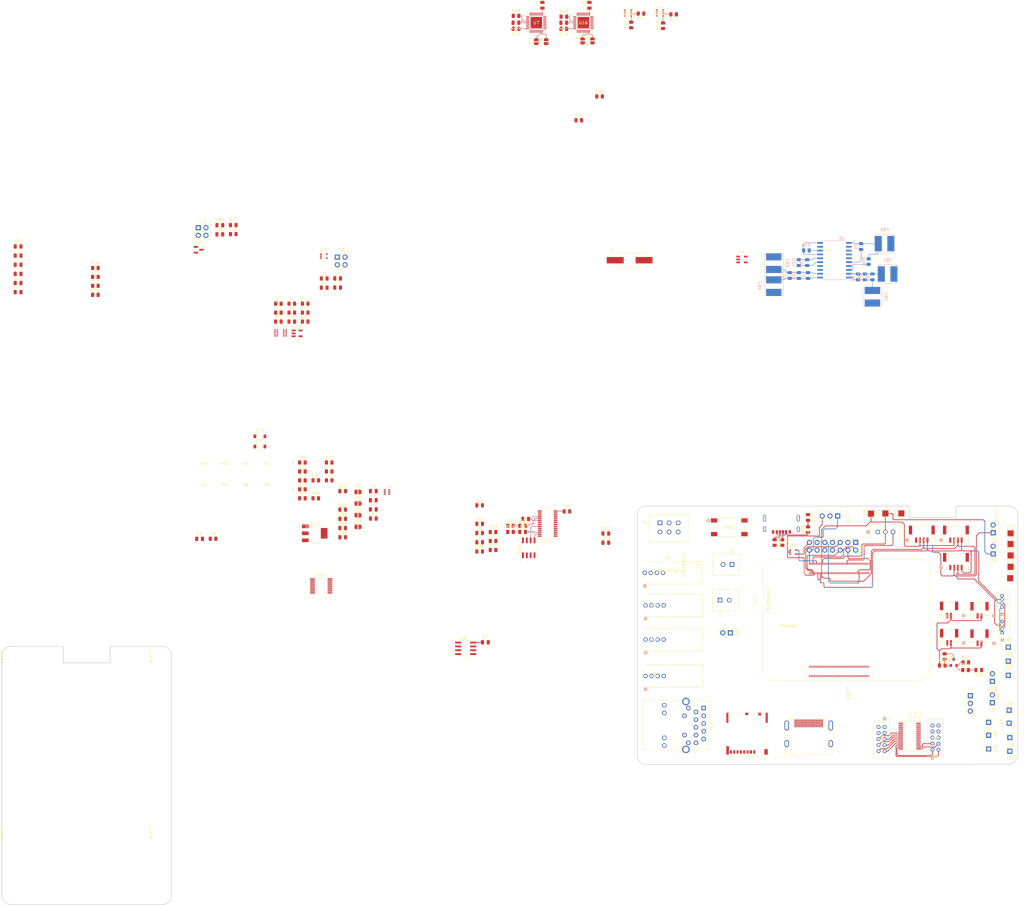
<source format=kicad_pcb>
(kicad_pcb (version 20240108) (generator "pcbnew") (generator_version "8.0")
  (layers (0 "F.Cu" signal) (31 "B.Cu" signal) (34 "B.Paste" user) (35 "F.Paste" user) (36 "B.SilkS" user "B.Silkscreen") (37 "F.SilkS" user "F.Silkscreen") (38 "B.Mask" user) (39 "F.Mask" user) (44 "Edge.Cuts" user))
  (net 0 "")
  (net 1 "Net-(C1-Pad1)")
  (net 2 "GND")
  (net 3 "/CM4_GPIO ( Ethernet, GPIO, SDCARD)/GLOBAL_EN")
  (net 4 "Net-(C2-Pad2)")
  (net 5 "Mux_PWR_Out")
  (net 6 "Regulator_PWR_Out")
  (net 7 "/CM4_GPIO ( Ethernet, GPIO, SDCARD)/SD_PWR")
  (net 8 "+3.3V")
  (net 9 "+5V")
  (net 10 "GND2")
  (net 11 "Vin")
  (net 12 "Net-(U7-CAP)")
  (net 13 "Net-(U16-CAP)")
  (net 14 "VCC2")
  (net 15 "Net-(U4-BYPASS)")
  (net 16 "/USBhub/Xin")
  (net 17 "/USBhub/Xout")
  (net 18 "+5VL")
  (net 19 "Net-(D1-K)")
  (net 20 "Net-(D2-K)")
  (net 21 "/USBhub/DRV")
  (net 22 "Net-(D3-A)")
  (net 23 "/USBhub/BUSJ")
  (net 24 "Net-(D4-K)")
  (net 25 "Net-(D6-A)")
  (net 26 "Net-(D8-K)")
  (net 27 "/USBhub/OVCJ")
  (net 28 "Net-(D9-K)")
  (net 29 "Net-(D10-A)")
  (net 30 "Net-(D11-A)")
  (net 31 "Net-(D12-A)")
  (net 32 "Net-(D13-A)")
  (net 33 "Net-(D14-A)")
  (net 34 "Net-(D15-A)")
  (net 35 "Net-(D16-A)")
  (net 36 "Net-(D17-A)")
  (net 37 "Net-(D18-A)")
  (net 38 "/CM4_GPIO ( Ethernet, GPIO, SDCARD)/RUN_PG")
  (net 39 "/CM4_GPIO ( Ethernet, GPIO, SDCARD)/AIN1")
  (net 40 "/CM4_GPIO ( Ethernet, GPIO, SDCARD)/EEPROM_nWP")
  (net 41 "Net-(J2-Pin_13)")
  (net 42 "/CM4_GPIO ( Ethernet, GPIO, SDCARD)/nRPIBOOT")
  (net 43 "/CM4_GPIO ( Ethernet, GPIO, SDCARD)/AIN0")
  (net 44 "/CM4_GPIO ( Ethernet, GPIO, SDCARD)/TV_OUT")
  (net 45 "/CM4_GPIO ( Ethernet, GPIO, SDCARD)/SYNC_IN")
  (net 46 "/CM4_GPIO ( Ethernet, GPIO, SDCARD)/SYNC_OUT")
  (net 47 "/CM4_GPIO ( Ethernet, GPIO, SDCARD)/BT_nDis")
  (net 48 "/CM4_GPIO ( Ethernet, GPIO, SDCARD)/WL_nDis")
  (net 49 "/USBhub/DP1")
  (net 50 "/USBhub/DM1")
  (net 51 "/USBhub/DM2")
  (net 52 "/USBhub/DP2")
  (net 53 "/USBhub/DP3")
  (net 54 "/USBhub/DM3")
  (net 55 "/CM4_GPIO ( Ethernet, GPIO, SDCARD)/SD_DAT2")
  (net 56 "/CM4_GPIO ( Ethernet, GPIO, SDCARD)/SD_DAT3")
  (net 57 "/CM4_GPIO ( Ethernet, GPIO, SDCARD)/SD_CMD")
  (net 58 "/CM4_GPIO ( Ethernet, GPIO, SDCARD)/SD_DAT1")
  (net 59 "/CM4_GPIO ( Ethernet, GPIO, SDCARD)/SD_DAT0")
  (net 60 "/CM4_GPIO ( Ethernet, GPIO, SDCARD)/SD_CLK")
  (net 61 "Net-(J7-DET_B)")
  (net 62 "Net-(J7-DET_A)")
  (net 63 "/CM4_GPIO ( Ethernet, GPIO, SDCARD)/GPIO4")
  (net 64 "/CM4_GPIO ( Ethernet, GPIO, SDCARD)/GPIO7")
  (net 65 "/CM4_GPIO ( Ethernet, GPIO, SDCARD)/GPIO3")
  (net 66 "/CM4_GPIO ( Ethernet, GPIO, SDCARD)/ID_SC")
  (net 67 "/CM4_GPIO ( Ethernet, GPIO, SDCARD)/ID_SD")
  (net 68 "/CM4_GPIO ( Ethernet, GPIO, SDCARD)/GPIO11")
  (net 69 "/CM4_GPIO ( Ethernet, GPIO, SDCARD)/GPIO6")
  (net 70 "/CM4_GPIO ( Ethernet, GPIO, SDCARD)/GPIO5")
  (net 71 "/CM4_GPIO ( Ethernet, GPIO, SDCARD)/GPIO10")
  (net 72 "/CM4_GPIO ( Ethernet, GPIO, SDCARD)/TR3_TAP")
  (net 73 "/CM4_GPIO ( Ethernet, GPIO, SDCARD)/TR2_TAP")
  (net 74 "/CM4_GPIO ( Ethernet, GPIO, SDCARD)/TR1_TAP")
  (net 75 "/CM4_GPIO ( Ethernet, GPIO, SDCARD)/TR0_TAP")
  (net 76 "/USBhub/DP4")
  (net 77 "/USBhub/DM4")
  (net 78 "/RS485/TB_A")
  (net 79 "/RS485/TB_B")
  (net 80 "/CM4_HighSpeed/SDA1")
  (net 81 "/CM4_HighSpeed/SCL1")
  (net 82 "/PWM_Generatrion/4")
  (net 83 "/PWM_Generatrion/1")
  (net 84 "/PWM_Generatrion/8")
  (net 85 "/PWM_Generatrion/6")
  (net 86 "/PWM_Generatrion/2")
  (net 87 "/PWM_Generatrion/0")
  (net 88 "/PWM_Generatrion/5")
  (net 89 "/PWM_Generatrion/3")
  (net 90 "/PWM_Generatrion/9")
  (net 91 "/PWM_Generatrion/7")
  (net 92 "5v_Ext_Stack")
  (net 93 "/Sensors/Probe")
  (net 94 "/A")
  (net 95 "/B")
  (net 96 "USBC_PWR_In")
  (net 97 "Net-(J23-CC2)")
  (net 98 "Net-(J23-CC1)")
  (net 99 "/CM4_HighSpeed/HDMI0_D2_N")
  (net 100 "/CM4_HighSpeed/HDMI0_CEC")
  (net 101 "/CM4_HighSpeed/HDMI0_CK_N")
  (net 102 "/CM4_HighSpeed/HDMI0_D1_P")
  (net 103 "/CM4_HighSpeed/HDMI0_D2_P")
  (net 104 "/CM4_HighSpeed/HDMI0_CK_P")
  (net 105 "/CM4_HighSpeed/HDMI0_SCL")
  (net 106 "/CM4_HighSpeed/HDMI0_HOTPLUG")
  (net 107 "/CM4_HighSpeed/HDMI0_SDA")
  (net 108 "/CM4_HighSpeed/HDMI0_D0_P")
  (net 109 "/CM4_HighSpeed/HDMI0_D1_N")
  (net 111 "/CM4_HighSpeed/HDMI0_D0_N")
  (net 112 "/Power Stuff/A0")
  (net 113 "/Power Stuff/A1")
  (net 114 "/Sensors/SA0")
  (net 115 "/Sensors/SA0_1")
  (net 116 "/SDA")
  (net 117 "/n_reset")
  (net 118 "/CM4_HighSpeed/CAM0_D1_P")
  (net 119 "/CM4_HighSpeed/CAM0_C_P")
  (net 120 "/CM4_GPIO ( Ethernet, GPIO, SDCARD)/nPWR_LED")
  (net 121 "/USB2_N")
  (net 122 "/CM4_HighSpeed/DSI1_D0_P")
  (net 123 "/CM4_HighSpeed/DSI1_D2_P")
  (net 124 "/CM4_GPIO ( Ethernet, GPIO, SDCARD)/TRD3_P")
  (net 125 "/CM4_HighSpeed/HDMI1_D0_N")
  (net 126 "/CM4_HighSpeed/CAM1_D2_P")
  (net 127 "/CM4_GPIO ( Ethernet, GPIO, SDCARD)/TRD2_N")
  (net 128 "/CM4_GPIO ( Ethernet, GPIO, SDCARD)/ETH_LEDG")
  (net 129 "/Boot")
  (net 131 "/CM4_HighSpeed/HDMI1_D2_P")
  (net 132 "/CM4_GPIO ( Ethernet, GPIO, SDCARD)/IMU_PS0")
  (net 133 "/CM4_HighSpeed/DSI0_D0_P")
  (net 134 "/CM4_GPIO ( Ethernet, GPIO, SDCARD)/TRD3_N")
  (net 135 "1.8v")
  (net 136 "/USB2_P")
  (net 138 "/XRSTJ")
  (net 141 "/CM4_HighSpeed/DSI0_C_P")
  (net 143 "/CM4_HighSpeed/HDMI1_HOTPLUG")
  (net 145 "/CM4_HighSpeed/DSI1_D3_N")
  (net 146 "/CM4_HighSpeed/HDMI1_SCL")
  (net 147 "/CM4_HighSpeed/DSI0_D1_N")
  (net 149 "GPIO_VREF")
  (net 150 "/CM4_GPIO ( Ethernet, GPIO, SDCARD)/TRD2_P")
  (net 151 "/CM4_HighSpeed/DSI1_D0_N")
  (net 152 "/CM4_HighSpeed/HDMI1_CK_P")
  (net 155 "Net-(Module1A-PI_nLED_Activity)")
  (net 157 "/Int")
  (net 158 "/CM4_HighSpeed/CAM0_D0_N")
  (net 159 "/CM4_HighSpeed/CAM1_C_N")
  (net 160 "/Alert")
  (net 161 "/CM4_GPIO ( Ethernet, GPIO, SDCARD)/IMU1_PS0")
  (net 162 "/CM4_HighSpeed/HDMI1_SDA")
  (net 163 "/NRST2")
  (net 167 "/CM4_HighSpeed/DSI0_D1_P")
  (net 168 "/CM4_HighSpeed/HDMI1_CEC")
  (net 170 "/CM4_GPIO ( Ethernet, GPIO, SDCARD)/Reserved")
  (net 172 "/CM4_HighSpeed/CAM0_C_N")
  (net 173 "/CM4_GPIO ( Ethernet, GPIO, SDCARD)/Int1")
  (net 174 "/CM4_HighSpeed/CAM1_D1_N")
  (net 175 "/CM4_GPIO ( Ethernet, GPIO, SDCARD)/TRD0_P")
  (net 176 "/CM4_GPIO ( Ethernet, GPIO, SDCARD)/TB_EN")
  (net 177 "/CM4_HighSpeed/HDMI1_D1_N")
  (net 178 "/Leak")
  (net 179 "/CM4_HighSpeed/DSI1_D3_P")
  (net 180 "/CM4_HighSpeed/CAM1_D3_N")
  (net 181 "/CM4_HighSpeed/HDMI1_D2_N")
  (net 182 "/SCL")
  (net 183 "/CM4_GPIO ( Ethernet, GPIO, SDCARD)/SD_PWR_ON")
  (net 184 "/CM4_HighSpeed/HDMI1_CK_N")
  (net 185 "/CM4_GPIO ( Ethernet, GPIO, SDCARD)/TRD0_N")
  (net 187 "/DE")
  (net 188 "/CM4_HighSpeed/CAM0_D1_N")
  (net 189 "/CM4_HighSpeed/DSI1_D1_N")
  (net 190 "/RE")
  (net 191 "/CM4_GPIO ( Ethernet, GPIO, SDCARD)/Boot1")
  (net 192 "/CM4_GPIO ( Ethernet, GPIO, SDCARD)/TRD1_P")
  (net 193 "/CM4_HighSpeed/CAM1_D1_P")
  (net 194 "/CM4_HighSpeed/HDMI1_D0_P")
  (net 195 "/CM4_HighSpeed/DSI1_D1_P")
  (net 196 "/CM4_GPIO ( Ethernet, GPIO, SDCARD)/TRD1_N")
  (net 197 "/CM4_HighSpeed/CAM1_D0_P")
  (net 199 "/CM4_HighSpeed/DSI1_C_P")
  (net 200 "/OE_PWM")
  (net 201 "/CM4_HighSpeed/DSI0_D0_N")
  (net 202 "/CM4_GPIO ( Ethernet, GPIO, SDCARD)/ETH_LEDY")
  (net 203 "/CM4_HighSpeed/CAM1_C_P")
  (net 204 "/CM4_HighSpeed/DSI0_C_N")
  (net 205 "/CM4_HighSpeed/CAM1_D3_P")
  (net 207 "/CM4_HighSpeed/CAM1_D2_N")
  (net 208 "/TX")
  (net 209 "/CM4_HighSpeed/DSI1_D2_N")
  (net 211 "/RX")
  (net 212 "/CM4_GPIO ( Ethernet, GPIO, SDCARD)/IMU_Rst1")
  (net 213 "/CM4_HighSpeed/DSI1_C_N")
  (net 214 "/CM4_HighSpeed/CAM0_D0_P")
  (net 215 "/CM4_HighSpeed/CAM1_D0_N")
  (net 216 "/IMU_Rst")
  (net 217 "/CM4_HighSpeed/HDMI1_D1_P")
  (net 218 "Net-(Q2-Pad1)")
  (net 219 "Net-(U3-LEDG_K)")
  (net 220 "Net-(U3-LEDY_K)")
  (net 221 "Net-(U10-REXT)")
  (net 222 "Net-(U12-ST)")
  (net 223 "Net-(R10-Pad2)")
  (net 224 "Net-(U12-MODE)")
  (net 225 "Net-(U12-PR1)")
  (net 226 "/Sensors/ENV_SCL")
  (net 227 "/Sensors/ENV_SDA")
  (net 228 "/USBhub/LED2")
  (net 229 "/USBhub/LED1{slash}EESCL")
  (net 230 "/Sensors/ENV_SCL1")
  (net 231 "/Sensors/ENV_SDA1")
  (net 248 "/USBhub/EESDA")
  (net 271 "Net-(U6-VIO)")
  (net 272 "Net-(U6-GND1)")
  (net 273 "Net-(U6-VDD)")
  (net 274 "Net-(U6-VISOOUT)")
  (net 275 "Net-(U6-GND2)")
  (net 286 "/ISO_FLT")
  (net 287 "/CM4_GPIO ( Ethernet, GPIO, SDCARD)/TX_TB")
  (net 288 "/CM4_GPIO ( Ethernet, GPIO, SDCARD)/RX_TB")
  (net 291 "/Fan")
  (footprint "Connector_PinHeader_2.54mm:PinHeader_1x02_P2.54mm_Vertical" (layer "F.Cu") (at 249.5 117.25 180)
    (property "Reference" "J13")
    (property "Value" "Conn_01x02")
  )
  (footprint "Capacitor_SMD:C_0805_2012Metric" (layer "F.Cu") (at 92.55 -99.75 180)
    (property "Reference" "C15")
    (property "Value" ".1u")
  )
  (footprint "LP2985A_50DBVR:SOT95P280X145-5N" (layer "F.Cu") (at 167 -21.75)
    (property "Reference" "U4")
    (property "Value" "LP2985A-50DBVR")
  )
  (footprint "INA260AIPW:SOP65P640X120-16N" (layer "F.Cu") (at 28.4 85.8)
    (property "Reference" "U14")
    (property "Value" "INA260AIPW")
  )
  (footprint "LED_SMD:LED_0805_2012Metric" (layer "F.Cu") (at 188.75 63.25 -90)
    (property "Reference" "D11")
    (property "Value" "LED")
  )
  (footprint "24LC02B_I_SN:SOIC127P600X175-8N" (layer "F.Cu") (at 96.75 73.25 90)
    (property "Reference" "U11")
    (property "Value" "24LC02B-I_SN")
  )
  (footprint "AZ1117IH_3_3TRG1:SOT230P700X185-4N" (layer "F.Cu") (at 26.265 68.465)
    (property "Reference" "U20")
    (property "Value" "AZ1117IH-3.3TRG1")
  )
  (footprint "Package_TO_SOT_SMD:SOT-23" (layer "F.Cu") (at -11.99 -24.94)
    (property "Reference" "U25")
    (property "Value" "RT9742SNGV")
  )
  (footprint "Package_TO_SOT_SMD:SOT-353_SC-70-5" (layer "F.Cu") (at 29.26 -22.86)
    (property "Reference" "U5")
    (property "Value" "74LVC1G07SE-7")
  )
  (footprint "BME280:DFN8_0p65_2p5SQ_BOS" (layer "F.Cu") (at 129.475001 -102.928601)
    (property "Reference" "U15")
    (property "Value" "BME280")
  )
  (footprint "Resistor_SMD:R_0805_2012Metric" (layer "F.Cu") (at 22.2 45.13)
    (property "Reference" "R9")
    (property "Value" "1k")
  )
  (footprint "TPS2117DRLR:SOTFL50P160X60-8N" (layer "F.Cu") (at 50.075 54.88)
    (property "Reference" "U12")
    (property "Value" "TPS2117DRLR")
  )
  (footprint "Resistor_SMD:R_0805_2012Metric" (layer "F.Cu") (at 18.7 -4.235)
    (property "Reference" "R5")
    (property "Value" "0R")
  )
  (footprint "BM04B_GHS_TBT:CONN_BM04B-GHS-TBT_JST" (layer "F.Cu") (at 237.5 68.75 180)
    (property "Reference" "J8")
    (property "Value" "BM04B-GHS-TBT")
  )
  (footprint "Resistor_SMD:R_0805_2012Metric" (layer "F.Cu") (at 31.02 51.03)
    (property "Reference" "R43")
    (property "Value" "240")
  )
  (footprint "Resistor_SMD:R_0805_2012Metric" (layer "F.Cu") (at 14.29 -7.185)
    (property "Reference" "R1")
    (property "Value" "1k")
  )
  (footprint "LED_SMD:LED_0805_2012Metric" (layer "F.Cu") (at 35.47 54.575)
    (property "Reference" "D10")
    (property "Value" "LED")
  )
  (footprint "Package_SON:USON-10_2.5x1.0mm_P0.5mm" (layer "F.Cu") (at 16.44 2.44)
    (property "Reference" "U2")
    (property "Value" "TPD4EUSB30")
  )
  (footprint "DF11_10DP_2DSA_24:CON10_2X5_UF_DF11_HIR" (layer "F.Cu") (at 229.75 139.75 -90)
    (property "Reference" "J20")
    (property "Value" "DF11-10DP-2DSA24")
  )
  (footprint "Connector_PinHeader_2.54mm:PinHeader_1x01_P2.54mm_Vertical" (layer "F.Cu") (at 255 131 90)
    (property "Reference" "J34")
    (property "Value" "Conn_01x01")
  )
  (footprint "USBA-Port:CONN_48204-0001_MOL" (layer "F.Cu") (at 135.228301 103.4666 90)
    (property "Reference" "J6")
    (property "Value" "482040001")
  )
  (footprint "Resistor_SMD:R_0805_2012Metric" (layer "F.Cu") (at -0.58 -33.065)
    (property "Reference" "R21")
    (property "Value" "2.2K 1%")
  )
  (footprint "Resistor_SMD:R_0805_2012Metric" (layer "F.Cu") (at 26.61 56.93)
    (property "Reference" "R40")
    (property "Value" "240")
  )
  (footprint "Capacitor_SMD:C_0805_2012Metric" (layer "F.Cu") (at -71.465 -26.035)
    (property "Reference" "C9")
    (property "Value" "10u")
  )
  (footprint "Jumper:SolderJumper-2_P1.3mm_Open_RoundedPad1.0x1.5mm" (layer "F.Cu") (at 117.75 -93.75 90)
    (property "Reference" "JP10")
    (property "Value" "Jumper_2_Open")
  )
  (footprint "MountingHole:MountingHole_2.7mm_M2.5_ISO14580" (layer "F.Cu") (at 254.37868 63.02132 90)
    (property "Reference" "REF**")
    (property "Value" "MountingHole_2.7mm_M2.5_ISO14580")
  )
  (footprint "Diode_SMD:D_SOD-123" (layer "F.Cu") (at 8.195 36.525)
    (property "Reference" "D12")
    (property "Value" "MBR0520LT")
  )
  (footprint "Resistor_SMD:R_0805_2012Metric" (layer "F.Cu") (at 108.3375 -101.75)
    (property "Reference" "R48")
    (property "Value" "10k")
  )
  (footprint "Resistor_SMD:R_0805_2012Metric" (layer "F.Cu") (at -46 -13.05)
    (property "Reference" "R44")
    (property "Value" "10k")
  )
  (footprint "Jumper:SolderJumper-2_P1.3mm_Open_RoundedPad1.0x1.5mm" (layer "F.Cu") (at 40.5 54.83)
    (property "Reference" "JP1")
    (property "Value" "Jumper_2_Open")
  )
  (footprint "Resistor_SMD:R_0805_2012Metric" (layer "F.Cu") (at 22.2 51.03)
    (property "Reference" "R12")
    (property "Value" "1k")
  )
  (footprint "Resistor_SMD:R_0805_2012Metric" (layer "F.Cu") (at 90.75 68)
    (property "Reference" "R19")
    (property "Value" "1k")
  )
  (footprint "TestPoint:TestPoint_Pad_2.0x2.0mm" (layer "F.Cu") (at 255.5 75.75)
    (property "Reference" "TP6")
    (property "Value" "TestPoint")
  )
  (footprint "Capacitor_SMD:C_0805_2012Metric" (layer "F.Cu") (at 95.75 63.75 180)
    (property "Reference" "C8")
    (property "Value" "0.1u")
  )
  (footprint "LED_SMD:LED_0805_2012Metric" (layer "F.Cu") (at 80.59 59.245)
    (property "Reference" "D3")
    (property "Value" "LED")
  )
  (footprint "TestPoint:TestPoint_Pad_2.0x2.0mm" (layer "F.Cu") (at 255.5 72)
    (property "Reference" "TP5")
    (property "Value" "TestPoint")
  )
  (footprint "Capacitor_SMD:C_0805_2012Metric" (layer "F.Cu") (at 101.25 -105.5 90)
    (property "Reference" "C14")
    (property "Value" ".1u")
  )
  (footprint "Capacitor_SMD:C_0805_2012Metric" (layer "F.Cu") (at 45.55 57.57)
    (property "Reference" "C4")
    (property "Value" "22u")
  )
  (footprint "Connector_PinHeader_2.54mm:PinHeader_1x02_P2.54mm_Vertical" (layer "F.Cu") (at 249.5 124.25 180)
    (property "Reference" "J21")
    (property "Value" "Conn_01x02")
  )
  (footprint "Connector_PinHeader_2.54mm:PinHeader_1x03_P2.54mm_Vertical" (layer "F.Cu") (at 242.25 121.96)
    (property "Reference" "J3")
    (property "Value" "Conn_01x03")
  )
  (footprint "LED_SMD:LED_0805_2012Metric" (layer "F.Cu") (at 35.47 63.695)
    (property "Reference" "D14")
    (property "Value" "LED")
  )
  (footprint "Resistor_SMD:R_0805_2012Metric" (layer "F.Cu") (at 14.29 -4.235)
    (property "Reference" "R2")
    (property "Value" "470R")
  )
  (footprint "MountingHole:MountingHole_2.7mm_M2.5" (layer "F.Cu") (at 3.48 49.245)
    (property "Reference" "H5")
    (property "Value" "MountingHole")
  )
  (footprint "Resistor_SMD:R_0805_2012Metric" (layer "F.Cu") (at 22.2 48.08)
    (property "Reference" "R11")
    (property "Value" "1k")
  )
  (footprint "Resistor_SMD:R_0805_2012Metric" (layer "F.Cu") (at 109.3375 61.25)
    (property "Reference" "R6")
    (property "Value" "2.7k")
  )
  (footprint "SM02B_GHS_TB:CONN_SM02B-GHS_JST" (layer "F.Cu") (at 245.25 93.375901 180)
    (property "Reference" "J19")
    (property "Value" "SM02B-GHS-TB")
  )
  (footprint "LED_SMD:LED_0805_2012Metric" (layer "F.Cu") (at 35.47 69.775)
    (property "Reference" "D16")
    (property "Value" "LED")
  )
  (footprint "TestPoint:TestPoint_Pad_2.0x2.0mm" (layer "F.Cu") (at 255.5 79.5)
    (property "Reference" "TP2")
    (property "Value" "TestPoint")
  )
  (footprint "Resistor_SMD:R_0805_2012Metric" (layer "F.Cu") (at 22.2 53.98)
    (property "Reference" "R13")
    (property "Value" "1k")
  )
  (footprint "Connector_PinHeader_2.54mm:PinHeader_1x01_P2.54mm_Vertical" (layer "F.Cu") (at 254.75 115.25)
    (property "Reference" "J42")
    (property "Value" "Conn_01x01")
  )
  (footprint "Connector_PinHeader_2.54mm:PinHeader_1x01_P2.54mm_Vertical" (layer "F.Cu") (at 255.25 135.75 180)
    (property "Reference" "J39")
    (property "Value" "Conn_01x01")
  )
  (footprint "Resistor_SMD:R_0805_2012Metric" (layer "F.Cu") (at -7.24 70.255)
    (property "Reference" "R8")
    (property "Value" "10k")
  )
  (footprint "Resistor_SMD:R_0805_2012Metric" (layer "F.Cu") (at 23.11 -7.185)
    (property "Reference" "R17")
    (property "Value" "nf")
  )
  (footprint "Jumper:SolderJumper-2_P1.3mm_Open_RoundedPad1.0x1.5mm" (layer "F.Cu") (at 40.5 62.5)
    (property "Reference" "JP3")
    (property "Value" "Jumper_2_Open")
  )
  (footprint "Jumper:SolderJumper-2_P1.3mm_Open_RoundedPad1.0x1.5mm" (layer "F.Cu") (at 114.5 -93.75 90)
    (property "Reference" "JP9")
    (property "Value" "Jumper_2_Open")
  )
  (footprint "Connector_PinHeader_2.54mm:PinHeader_1x03_P2.54mm_Vertical" (layer "F.Cu") (at 198.525 62.75 -90)
    (property "Reference" "J1")
    (property "Value" "Conn_01x03")
  )
  (footprint "Capacitor_SMD:C_0805_2012Metric" (layer "F.Cu") (at 108.3 -97.75 180)
    (property "Reference" "C16")
    (property "Value" ".1u")
  )
  (footprint "Connector_PinHeader_2.54mm:PinHeader_2x02_P2.54mm_Vertical" (layer "F.Cu") (at -12.11 -32.215)
    (property "Reference" "J12")
    (property "Value" "THD-02-R")
  )
  (footprint "Capacitor_SMD:C_0805_2012Metric" (layer "F.Cu") (at 122.15 71.55)
    (property "Reference" "C23")
    (property "Value" "18p")
  )
  (footprint "Resistor_SMD:R_0805_2012Metric" (layer "F.Cu") (at 85 68.05)
    (property "Reference" "R33")
    (property "Value" "1k")
  )
  (footprint "Capacitor_SMD:C_0805_2012Metric" (layer "F.Cu") (at 45.55 63.59)
    (property "Reference" "C12")
    (property "Value" "150u")
  )
  (footprint "CM4IO:Raspberry-Pi-4-Compute-Module" (layer "F.Cu") (at 177.5 80.5 -90)
    (property "Reference" "Module1")
    (property "Value" "ComputeModule4")
  )
  (footprint "Capacitor_SMD:C_0805_2012Metric" (layer "F.Cu") (at -5.01 -33.035)
    (property "Reference" "C80")
    (property "Value" "100n")
  )
  (footprint "Capacitor_SMD:C_0805_2012Metric" (layer "F.Cu") (at -71.465 -20.015)
    (property "Reference" "C11")
    (property "Value" "1u")
  )
  (footprint "TestPoint:TestPoint_Pad_2.0x2.0mm" (layer "F.Cu") (at 255.5 68.5)
    (property "Reference" "TP3")
    (property "Value" "TestPoint")
  )
  (footprint "MountingHole:MountingHole_2.7mm_M2.5" (layer "F.Cu") (at 10.43 56.195)
    (property "Reference" "H8")
    (property "Value" "MountingHole")
  )
  (footprint "SM02B_GHS_TB:CONN_SM02B-GHS_JST" (layer "F.Cu") (at 235.25 93.25 180)
    (property "Reference" "J18")
    (property "Value" "SM02B-GHS-TB")
  )
  (footprint "430450612:CON_430450612_MOL" (layer "F.Cu") (at 140.000002 65.000001 180)
    (property "Reference" "J15")
    (property "Value" "430450612")
  )
  (footprint "USBA-Port:CONN_48204-0001_MOL" (layer "F.Cu") (at 135.228301 115.4666 90)
    (property "Reference" "J10")
    (property "Value" "482040001")
  )
  (footprint "LED_SMD:LED_0805_2012Metric" (layer "F.Cu") (at 80.59 68.365)
    (property "Reference" "D6")
    (property "Value" "LED")
  )
  (footprint "Resistor_SMD:R_0805_2012Metric" (layer "F.Cu") (at 23.11 -1.285)
    (property "Reference" "R29")
    (property "Value" "12K 1%")
  )
  (footprint "Capacitor_SMD:C_0805_2012Metric" (layer "F.Cu") (at -71.465 -23.025)
    (property "Reference" "C10")
    (property "Value" "1u")
  )
  (footprint "LED_SMD:LED_0805_2012Metric" (layer "F.Cu") (at 35.47 66.735)
    (property "Reference" "D15")
    (property "Value" "LED")
  )
  (footprint "Capacitor_SMD:C_0805_2012Metric" (layer "F.Cu") (at -71.465 -10.985)
    (property "Reference" "C21")
    (property "Value" "4.7u")
  )
  (footprint "MountingHole:MountingHole_2.7mm_M2.5" (layer "F.Cu") (at 10.43 49.245)
    (property "Reference" "H7")
    (property "Value" "MountingHole")
  )
  (footprint "Resistor_SMD:R_0805_2012Metric" (layer "F.Cu") (at 144.5 -102.5 180)
    (property "Reference" "R27")
    (property "Value" "2.2k")
  )
  (footprint "Capacitor_SMD:C_0805_2012Metric" (layer "F.Cu") (at 122.15 68.54)
    (property "Reference" "C22")
    (property "Value" "18p")
  )
  (footprint "RS485-Header:CON_430450212_MOL" (layer "F.Cu") (at 163.75 78.75 90)
    (property "Reference" "J11")
    (property "Value" "430450212")
  )
  (footprint "Connector_PinHeader_2.54mm:PinHeader_2x02_P2.54mm_Vertical" (layer "F.Cu") (at 33.71 -22.535)
    (property "Reference" "J9")
    (property "Value" "THD-02-R")
  )
  (footprint "BNO085:SQFN36_M2_MCH" (layer "F.Cu") (at 99.25 -99.75)
    (property "Reference" "U7")
    (property "Value" "BNO085")
  )
  (footprint "Resistor_SMD:R_0805_2012Metric" (layer "F.Cu") (at 26.61 51.03)
    (property "Reference" "R37")
    (property "Value" "240")
  )
  (footprint "Connector_PinHeader_2.54mm:PinHeader_1x01_P2.54mm_Vertical" (layer "F.Cu") (at 255 126.75)
    (property "Reference" "J36")
    (property "Value" "Conn_01x01")
  )
  (footprint "Capacitor_SMD:C_0805_2012Metric" (layer "F.Cu") (at -5.01 -30.025)
    (property "Reference" "C81")
    (property "Value" "100n")
  )
  (footprint "Capacitor_SMD:C_0805_2012Metric" (layer "F.Cu") (at 45.55 54.56)
    (property "Reference" "C3")
    (property "Value" "10u")
  )
  (footprint "MountingHole:MountingHole_2.7mm_M2.5_ISO14580" (layer "F.Cu") (at 205.37868 63.02132 90)
    (property "Reference" "REF**")
    (property "Value" "MountingHole_2.7mm_M2.5_ISO14580")
  )
  (footprint "Resistor_SMD:R_0805_2012Metric" (layer "F.Cu") (at -46 -16)
    (property "Reference" "R39")
    (property "Value" "10k")
  )
  (footprint "Resistor_SMD:R_0805_2012Metric" (layer "F.Cu") (at 120.0875 -75.45)
    (property "Reference" "R32")
    (property "Value" "10k")
  )
  (footprint "PCA9685PW_118:SOP65P640X110-28N" (layer "F.Cu") (at 222.25 135.25)
    (property "Reference" "U22")
    (property "Value" "PCA9685PW_118")
  )
  (footprint "Resistor_SMD:R_0805_2012Metric" (layer "F.Cu") (at 85 73.95)
    (property "Reference" "R35")
    (property "Value" "1k")
  )
  (footprint "Resistor_SMD:R_0805_2012Metric" (layer "F.Cu") (at 85 71)
    (property "Reference" "R34")
    (property "Value" "1k")
  )
  (footprint "SM02B_GHS_TB:CONN_SM02B-GHS_JST" (layer "F.Cu") (at 235.25 102.25 180)
    (property "Reference" "J17")
    (property "Value" "SM02B-GHS-TB")
  )
  (footprint "Resistor_SMD:R_0805_2012Metric" (layer "F.Cu") (at -0.58 -30.115)
    (property "Reference" "R22")
    (property "Value" "2.2K 1%")
  )
  (footprint "Capacitor_SMD:C_0805_2012Metric" (layer "F.Cu") (at 92.55 -97.75 180)
    (property "Reference" "C13")
    (property "Value" ".1u")
  )
  (footprint "2N7002:TRANS_2N7002" (layer "F.Cu") (at 236.75 111 90)
    (property "Reference" "Q2")
    (property "Value" "2N7002")
  )
  (footprint "MountingHole:MountingHole_2.7mm_M2.5" (layer "F.Cu") (at -10.42 56.195)
    (property "Reference" "H2")
    (property "Value" "MountingHole")
  )
  (footprint "Connector_PinHeader_2.54mm:PinHeader_1x01_P2.54mm_Vertical" (layer "F.Cu") (at 255.25 140.25 180)
    (property "Reference" "J35")
    (property "Value" "Conn_01x01")
  )
  (footprint "MountingHole:MountingHole_2.7mm_M2.5" (layer "F.Cu") (at -3.47 49.245)
    (property "Reference" "H3")
    (property "Value" "MountingHole")
  )
  (footprint "CM4IO:TRJG0926HENL" (layer "F.Cu") (at 145.5 131.75 -90)
    (property "Reference" "U3")
    (property "Value" "MagJack-A70-112-331N126")
  )
  (footprint "TestPoint:TestPoint_Pad_2.0x2.0mm" (layer "F.Cu") (at 209.5 62 90)
    (property "Reference" "TP8")
    (property "Value" "TestPoint")
  )
  (footprint "MountingHole:MountingHole_2.7mm_M2.5" (layer "F.Cu") (at 3.48 56.195)
    (property "Reference" "H6")
    (property "Value" "MountingHole")
  )
  (footprint "Capacitor_SMD:C_0805_2012Metric" (layer "F.Cu") (at -11.67 70.285)
    (property "Reference" "C2")
    (property "Value" ".1u")
  )
  (footprint "Capacitor_SMD:C_0805_2012Metric" (layer "F.Cu") (at 45.55 60.58)
    (property "Reference" "C6")
    (property "Value" ".1u")
  )
  (footprint "Capacitor_SMD:C_0805_2012Metric" (layer "F.Cu") (at 108.3 -99.75 180)
    (property "Reference" "C17")
    (property "Value" ".1u")
  )
  (footprint "Resistor_SMD:R_0805_2012Metric" (layer "F.Cu") (at 240.75 111)
    (property "Reference" "R23")
    (property "Value" "1k")
  )
  (footprint "Connector_PinHeader_2.54mm:PinHeader_1x01_P2.54mm_Vertical" (layer "F.Cu") (at 248.25 139.5 -90)
    (property "Reference" "J25")
    (property "Value" "Conn_01x01")
  )
  (footprint "Jumper:SolderJumper-2_P1.3mm_Open_RoundedPad1.0x1.5mm" (layer "F.Cu") (at 99.25 -93.5 90)
    (property "Reference" "JP7")
    (property "Value" "Jumper_2_Open")
  )
  (footprint "BNO085:SQFN36_M2_MCH" (layer "F.Cu") (at 114.75 -99.75)
    (property "Reference" "U16")
    (property "Value" "BNO085")
  )
  (footprint "Resistor_SMD:R_0805_2012Metric" (layer "F.Cu") (at 18.7 -7.185)
    (property "Reference" "R4")
    (property "Value" "nf")
  )
  (footprint "Resistor_SMD:R_0805_2012Metric" (layer "F.Cu") (at 31.02 45.13)
    (property "Reference" "R41")
    (property "Value" "240")
  )
  (footprint "BM04B_GHS_TBT:CONN_BM04B-GHS-TBT_JST" (layer "F.Cu") (at 226.25 68.75 180)
    (property "Reference" "J29")
    (property "Value" "BM04B-GHS-TBT")
  )
  (footprint "1301_9314_24:1301.9314.24_SCH" (layer "F.Cu") (at 162.82975 66.481301)
    (property "Reference" "SW1")
    (property "Value" "1301.9314.24")
  )
  (footprint "Resistor_SMD:R_0805_2012Metric" (layer "F.Cu") (at 90.75 66)
    (property "Reference" "R7")
    (property "Value" "1k")
  )
  (footprint "Jumper:SolderJumper-2_P1.3mm_Open_RoundedPad1.0x1.5mm" (layer "F.Cu") (at 40.5 66.335)
    (property "Reference" "JP4")
    (property "Value" "Jumper_2_Open")
  )
  (footprint "LED_SMD:LED_0805_2012Metric" (layer "F.Cu") (at 94.75 66)
    (property "Reference" "D4")
    (property "Value" "LED")
  )
  (footprint "CM4IO:EDAC 690-019-298-412" (layer "F.Cu") (at 189 131.79325)
    (property "Reference" "J26")
    (property "Value" "690-019-298-412")
  )
  (footprint "Jumper:SolderJumper-2_P1.3mm_Open_RoundedPad1.0x1.5mm" (layer "F.Cu") (at 40.5 58.665)
    (property "Reference" "JP2")
    (property "Value" "Jumper_2_Open")
  )
  (footprint "LED_SMD:LED_0805_2012Metric" (layer "F.Cu") (at 94.75 68)
    (property "Reference" "D9")
    (property "Value" "LED")
  )
  (footprint "LED_SMD:LED_0805_2012Metric" (layer "F.Cu") (at 245 113.5 180)
    (property "Reference" "D18")
    (property "Value" "D")
  )
  (footprint "Connector_PinHeader_2.54mm:PinHeader_1x02_P2.54mm_Vertical" (layer "F.Cu") (at 249.75 75.275 180)
    (property "Reference" "J32")
    (property "Value" "Conn_01x02")
  )
  (footprint "LED_SMD:LED_0805_2012Metric" (layer "F.Cu") (at 80.59 65.325)
    (property "Reference" "D5")
    (property "Value" "LED")
  )
  (footprint "Resistor_SMD:R_0805_2012Metric" (layer "F.Cu") (at 23.11 -4.235)
    (property "Reference" "R18")
    (property "Value" "nf")
  )
  (footprint "Resistor_SMD:R_0805_2012Metric" (layer "F.Cu") (at 18.7 -1.285)
    (property "Reference" "R10")
    (property "Value" "1k")
  )
  (footprint "RS485-Header:CON_430450212_MOL" (layer "F.Cu") (at 159.81 90.500001 -90)
    (property "Reference" "J22")
    (property "Value" "430450212")
  )
  (footprint "MountingHole:MountingHole_2.7mm_M2.5_ISO14580" (layer "F.Cu") (at -73.325 167.25 90)
    (property "Reference" "REF**")
    (property "Value" "MountingHole_2.7mm_M2.5_ISO14580")
  )
  (footprint "Connector_PinHeader_2.54mm:PinHeader_1x01_P2.54mm_Vertical" (layer "F.Cu") (at 254.75 105.95)
    (property "Reference" "J40")
    (property "Value" "Conn_01x01")
  )
  (footprint "LED_SMD:LED_0805_2012Metric" (layer "F.Cu") (at 29.38 -12.45)
    (property "Reference" "D2")
    (property "Value" "LED Green")
  )
  (footprint "Capacitor_SMD:C_0805_2012Metric" (layer "F.Cu") (at -71.465 -13.995)
    (property "Reference" "C20")
    (property "Value" "10n")
  )
  (footprint "Capacitor_SMD:C_0805_2012Metric" (layer "F.Cu") (at 116.75 -105.5 90)
    (property "Reference" "C18")
    (property "Value" ".1u")
  )
  (footprint "Package_TO_SOT_SMD:SOT-353_SC-70-5" (layer "F.Cu") (at 183.8 74.65)
    (property "Reference" "U9")
    (property "Value" "74LVC1G07SE-7")
  )
  (footprint "LED_SMD:LED_0805_2012Metric" (layer "F.Cu") (at 80.59 71.405)
    (property "Reference" "D7")
    (property "Value" "LED")
  )
  (footprint "MountingHole:MountingHole_2.7mm_M2.5" (layer "F.Cu") (at -10.42 49.245)
    (property "Reference" "H1")
    (property "Value" "MountingHole")
  )
  (footprint "USBA-Port:CONN_48204-0001_MOL" (layer "F.Cu") (at 134.978301 81.4666 90)
    (property "Reference" "J4")
    (property "Value" "482040001")
  )
  (footprint "ABLS_12_000MHZ_B2_T:XTAL_ABLS-12.000MHZ-B2-T" (layer "F.Cu") (at 130 -21.5)
    (property "Reference" "Y3")
    (property "Value" "ABLS-12.000MHZ-B2-T")
  )
  (footprint "TestPoint:TestPoint_Pad_2.0x2.0mm" (layer "F.Cu") (at 214.25 61.9 90)
    (property "Reference" "TP7")
    (property "Value" "TestPoint")
  )
  (footprint "Capacitor_SMD:C_0805_2012Metric" (layer "F.Cu") (at 82.475 104.365)
    (property "Reference" "C7")
    (property "Value" ".1u")
  )
  (footprint "USBA-Port:CONN_48204-0001_MOL" (layer "F.Cu") (at 135.2283 92.2166 90)
    (property "Reference" "J5")
    (property "Value" "482040001")
  )
  (footprint "TestPoint:TestPoint_Pad_2.0x2.0mm" (layer "F.Cu") (at 219.5 61.9 90)
    (property "Reference" "TP9")
    (property "Value" "TestPoint")
  )
  (footprint "MountingHole:MountingHole_2.7mm_M2.5" (layer "F.Cu") (at -3.47 56.195)
    (property "Reference" "H4")
    (property "Value" "MountingHole")
  )
  (footprint "Connector_PinHeader_2.54mm:PinHeader_1x01_P2.54mm_Vertical" (layer "F.Cu") (at 248.25 130.75 180)
    (property "Reference" "J37")
    (property "Value" "Conn_01x01")
  )
  (footprint "Connector_PinHeader_2.54mm:PinHeader_1x01_P2.54mm_Vertical" (layer "F.Cu") (at 254.75 110.6)
    (property "Reference" "J41")
    (property "Value" "Conn_01x01")
  )
  (footprint "Resistor_SMD:R_0805_2012Metric" (layer "F.Cu") (at 92.5875 -102)
    (property "Reference" "R28")
    (property "Value" "10k")
  )
  (footprint "Diode_SMD:D_SOD-123" (layer "F.Cu") (at 8.195 39.875)
    (property "Reference" "D17")
    (property "Value" "MBR0520LT")
  )
  (footprint "UJC_HP_L_G_5_MSMT_TR:CUI_UJC-HP-L-G-5-MSMT-TR" (layer "F.Cu") (at 180 63.5 180)
    (property "Reference" "J23")
    (property "Value" "UJC-HP-L-G-5-MSMT-TR")
    (fp_line (start 4.67 2.7) (end -4.67 2.7) (stroke (width 0.01)) (layer "Edge.Cuts"))
    (fp_line (start 4.67 -4.2) (end 4.67 2.7) (stroke (width 0.01)) (layer "Edge.Cuts"))
    (fp_line (start 3.26 -3.95) (end 3.26 -4.2) (stroke (width 0.01)) (layer "Edge.Cuts"))
    (fp_line (start 3.26 -4.2) (end 4.67 -4.2) (stroke (width 0.01)) (layer "Edge.Cuts"))
    (fp_line (start -3.26 -3.95) (end 3.26 -3.95) (stroke (width 0.01)) (layer "Edge.Cuts"))
    (fp_line (start -3.26 -4.2) (end -3.26 -3.95) (stroke (width 0.01)) (layer "Edge.Cuts"))
    (fp_line (start -4.67 2.7) (end -4.67 -4.2) (stroke (width 0.01)) (layer "Edge.Cuts"))
    (fp_line (start -4.67 -4.2) (end -3.26 -4.2) (stroke (width 0.01)) (layer "Edge.Cuts"))
  )
  (footprint "Resistor_SMD:R_0805_2012Metric" (layer "F.Cu") (at -46 -10.1)
    (property "Reference" "R45")
    (property "Value" "10k")
  )
  (footprint "Resistor_SMD:R_0805_2012Metric" (layer "F.Cu") (at 233.75 109.0875 -90)
    (property "Reference" "R26")
    (property "Value" "27k")
  )
  (footprint "Connector_PinHeader_2.54mm:PinHeader_1x02_P2.54mm_Vertical" (layer "F.Cu") (at 163.21 101.25 -90)
    (property "Reference" "J24")
    (property "Value" "Conn_01x02")
  )
  (footprint "Resistor_SMD:R_0805_2012Metric" (layer "F.Cu") (at 233 112)
    (property "Reference" "R25")
    (property "Value" "1k")
  )
  (footprint "Capacitor_SMD:C_0805_2012Metric" (layer "F.Cu") (at 33.81 -12.495)
    (property "Reference" "C5")
    (property "Value" "10u")
  )
  (footprint "Resistor_SMD:R_0805_2012Metric" (layer "F.Cu") (at 188.75 67.25 90)
    (property "Reference" "R38")
    (property "Value" "240")
  )
  (footprint "Resistor_SMD:R_0805_2012Metric" (layer "F.Cu") (at 141 -98.75 90)
    (property "Reference" "R20")
    (property "Value" "2.2k")
  )
  (footprint "LED_SMD:LED_0805_2012Metric" (layer "F.Cu") (at 80.59 74.445)
    (property "Reference" "D8")
    (property "Value" "LED")
  )
  (footprint "Resistor_SMD:R_0805_2012Metric" (layer "F.Cu") (at 113.2475 -67.6)
    (property "Reference" "R31")
    (property "Value" "10k")
  )
  (footprint "LED_SMD:LED_0805_2012Metric" (layer "F.Cu") (at 29.38 -15.49)
    (property "Reference" "D1")
    (property "Value" "LED Red")
  )
  (footprint "Resistor_SMD:R_0805_2012Metric" (layer "F.Cu") (at 14.29 -1.285)
    (property "Reference" "R3")
    (property "Value" "470R")
  )
  (footprint "MountingHole:MountingHole_2.7mm_M2.5_ISO14580" (layer "F.Cu") (at -73.325 109.25 90)
    (property "Reference" "REF**")
    (property "Value" "MountingHole_2.7mm_M2.5_ISO14580")
  )
  (footprint "DF13_4P_1_25DSA_25:CONN4_DF13-4P_HIR" (layer "F.Cu") (at 252.6819 92.75 90)
    (property "Reference" "J27")
    (property "Value" "DF13-4P-1.25DSA25")
  )
  (footprint "TestPoint:TestPoint_Pad_2.0x2.0mm" (layer "F.Cu") (at 255.36 83.25)
    (property "Reference" "TP4")
    (property "Value" "TestPoint")
  )
  (footprint "Resistor_SMD:R_0805_2012Metric" (layer "F.Cu") (at -46 -18.95)
    (property "Reference" "R30")
    (property "Value" "10k")
  )
  (footprint "Resistor_SMD:R_0805_2012Metric" (layer "F.Cu") (at 133.75 -102.75 180)
    (property "Reference" "R47")
    (property "Value" "2.2k")
  )
  (footprint "Resistor_SMD:R_0805_2012Metric" (layer "F.Cu") (at 240.675 113.5)
    (property "Reference" "R24")
    (property "Value" "240")
  )
  (footprint "MountingHole:MountingHole_2.7mm_M2.5_ISO14580" (layer "F.Cu") (at -24.325 109.25 90)
    (property "Reference" "REF**")
    (property "Value" "MountingHole_2.7mm_M2.5_ISO14580")
  )
  (footprint "LED_SMD:LED_0805_2012Metric" (layer "F.Cu") (at 35.47 60.655)
    (property "Reference" "D13")
    (property "Value" "LED")
  )
  (footprint "MAX485CSA_T:SOIC127P600X175-8N" (layer "F.Cu") (at 75.975 106.365)
    (property "Reference" "U8")
    (property "Value" "MAX485CSA_T")
  )
  (footprint "Resistor_SMD:R_0805_2012Metric" (layer "F.Cu") (at 22.2 56.93)
    (property "Reference" "R14")
    (property "Value" "1k")
  )
  (footprint "Connector_PinHeader_2.54mm:PinHeader_1x02_P2.54mm_Vertical" (layer "F.Cu") (at 249.75 68.275 180)
    (property "Reference" "J30")
    (property "Value" "Conn_01x02")
  )
  (footprint "Package_SON:USON-10_2.5x1.0mm_P0.5mm" (layer "F.Cu") (at 13.545 2.44)
    (property "Reference" "U1")
    (property "Value" "TPD4EUSB30")
  )
  (footprint "Resistor_SMD:R_0805_2012Metric" (layer "F.Cu") (at 130.5 -99 90)
    (property "Reference" "R36")
    (property "Value" "2.2k")
  )
  (footprint "SM02B_GHS_TB:CONN_SM02B-GHS_JST" (layer "F.Cu") (at 245.25 102.375901 180)
    (property "Reference" "J16")
    (property "Value" "SM02B-GHS-TB")
  )
  (footprint "Resistor_SMD:R_0805_2012Metric" (layer "F.Cu") (at 180.25 71.5 -90)
    (property "Reference" "R16")
    (property "Value" "5.1k")
  )
  (footprint "Resistor_SMD:R_0805_2012Metric" (layer "F.Cu") (at 31.02 48.08)
    (property "Reference" "R42")
    (property "Value" "240")
  )
  (footprint "B3B_XH_A:CONN_B3B-XH-A_JST" (layer "F.Cu") (at 211.75 68 180)
    (property "Reference" "J33")
    (property "Value" "B3B-XH-A")
  )
  (footprint "Resistor_SMD:R_0805_2012Metric" (layer "F.Cu") (at 177.75 71.5 -90)
    (property "Reference" "R15")
    (property "Value" "5.1k")
  )
  (footprint "Capacitor_SMD:C_0805_2012Metric" (layer "F.Cu") (at 33.81 -15.505)
    (property "Reference" "C1")
    (property "Value" "100n")
  )
  (footprint "DF13_4P_1_25DSA_25:CONN4_DF13-4P_HIR" (layer "F.Cu") (at 252.75 101.25 90)
    (property "Reference" "J28")
    (property "Value" "DF13-4P-1.25DSA25")
  )
  (footprint "Connector_PinHeader_2.54mm:PinHeader_2x07_P2.54mm_Vertical" (layer "F.Cu") (at 204.45 71.46 -90)
    (property "Reference" "J2")
    (property "Value" "Conn_02x07_Odd_Even")
  )
  (footprint "BM04B_GHS_TBT:CONN_BM04B-GHS-TBT_JST" (layer "F.Cu") (at 237.5 77.75 180)
    (property "Reference" "J31")
    (property "Value" "BM04B-GHS-TBT")
  )
  (footprint "Capacitor_SMD:C_0805_2012Metric" (layer "F.Cu") (at -71.465 -17.005)
    (property "Reference" "C19")
    (property "Value" ".1u")
  )
  (footprint "CM4IO:SDCARD_MOLEX_503398-1892" (layer "F.Cu") (at 168.67 134.875 180)
    (property "Reference" "J7")
    (property "Value" "Micro_SD_Card_Det")
  )
  (footprint "MountingHole:MountingHole_2.7mm_M2.5_ISO14580" (layer "F.Cu") (at 254.37868 121.02132 90)
    (property "Reference" "REF**")
    (property "Value" "MountingHole_2.7mm_M2.5_ISO14580")
  )
  (footprint "Jumper:SolderJumper-2_P1.3mm_Open_RoundedPad1.0x1.5mm" (layer "F.Cu") (at 102.5 -93.5 90)
    (property "Reference" "JP8")
    (property "Value" "Jumper_2_Open")
  )
  (footprint "BME280:DFN8_0p65_2p5SQ_BOS" (layer "F.Cu") (at 139.975001 -102.974999)
    (property "Reference" "U17")
    (property "Value" "BME280")
  )
  (footprint "MountingHole:MountingHole_2.7mm_M2.5_ISO14580" (layer "F.Cu") (at 205.37868 121.02132 90)
    (property "Reference" "REF**")
    (property "Value" "MountingHole_2.7mm_M2.5_ISO14580")
  )
  (footprint "DF11_10DP_2DSA_24:CON10_2X5_UF_DF11_HIR" (layer "F.Cu") (at 214.000001 132.25 90)
    (property "Reference" "J14")
    (property "Value" "DF11-10DP-2DSA24")
  )
  (footprint "Connector_PinHeader_2.54mm:PinHeader_1x01_P2.54mm_Vertical" (layer "F.Cu") (at 248.25 135 -90)
    (property "Reference" "J38")
    (property "Value" "Conn_01x01")
  )
  (footprint "Package_TO_SOT_SMD:SOT-23-5" (layer "F.Cu") (at 20.45 2.59)
    (property "Reference" "U18")
    (property "Value" "RT9742GGJ5")
  )
  (footprint "Package_SO:SSOP-28_3.9x9.9mm_P0.635mm" (layer "F.Cu") (at 103 65.25 180)
    (property "Reference" "U10")
    (property "Value" "FE1.1s")
  )
  (footprint "MountingHole:MountingHole_2.7mm_M2.5_ISO14580" (layer "F.Cu") (at -24.325 167.25 90)
    (property "Reference" "REF**")
    (property "Value" "MountingHole_2.7mm_M2.5_ISO14580")
  )
  (footprint "CM4IO:L_Bourns_SRN6045TA" (layer "B.Cu") (at 177.485 -12.965 -90)
    (property "Reference" "FB4")
    (property "Value" "FerriteBead")
  )
  (footprint "CM4IO:L_Bourns_SRN6045TA" (layer "B.Cu") (at 177.485 -20.54 90)
    (property "Reference" "FB3")
    (property "Value" "FerriteBead")
  )
  (footprint "CM4IO:L_Bourns_SRN6045TA" (layer "B.Cu") (at 214.985 -16.965 180)
    (property "Reference" "FB1")
    (property "Value" "FerriteBead")
  )
  (footprint "Capacitor_SMD:C_0805_2012Metric" (layer "B.Cu") (at 188.745 -16.465 -90)
    (property "Reference" "C27")
    (property "Value" "10u")
  )
  (footprint "Capacitor_SMD:C_0805_2012Metric" (layer "B.Cu") (at 207.485 -16.015 -90)
    (property "Reference" "C11")
    (property "Value" "1u")
  )
  (footprint "Capacitor_SMD:C_0805_2012Metric" (layer "B.Cu") (at 182.725 -16.465 -90)
    (property "Reference" "C25")
    (property "Value" "10n")
  )
  (footprint "Capacitor_SMD:C_0805_2012Metric" (layer "B.Cu") (at 209.985 -16.015 -90)
    (property "Reference" "C19")
    (property "Value" "10u")
  )
  (footprint "Resistor_SMD:R_0805_2012Metric" (layer "B.Cu") (at 188.235 -24.715 180)
    (property "Reference" "R49")
    (property "Value" "120")
  )
  (footprint "Capacitor_SMD:C_0805_2012Metric" (layer "B.Cu") (at 185.735 -20.715 -90)
    (property "Reference" "C24")
    (property "Value" "10u")
  )
  (footprint "Capacitor_SMD:C_0805_2012Metric" (layer "B.Cu") (at 206.235 -26.015 -90)
    (property "Reference" "C9")
    (property "Value" ".1u")
  )
  (footprint "Capacitor_SMD:C_0805_2012Metric" (layer "B.Cu") (at 188.485 -20.715 -90)
    (property "Reference" "C21")
    (property "Value" ".1u")
  )
  (footprint "Capacitor_SMD:C_0805_2012Metric" (layer "B.Cu") (at 185.735 -16.465 -90)
    (property "Reference" "C26")
    (property "Value" "1u")
  )
  (footprint "Resistor_SMD:R_0805_2012Metric" (layer "B.Cu") (at 208.735 -21.0525 -90)
    (property "Reference" "R46")
    (property "Value" "5k")
  )
  (footprint "Capacitor_SMD:C_0805_2012Metric" (layer "B.Cu") (at 205.235 -16.015 -90)
    (property "Reference" "C10")
    (property "Value" "10n")
  )
  (footprint "ISOW1432BDFMR:SOIC127P1030X355-20N" (layer "B.Cu") (at 197.5 -21.5 180)
    (property "Reference" "U6")
    (property "Value" "ISOW1432BDFMR")
  )
  (footprint "CM4IO:L_Bourns_SRN6045TA" (layer "B.Cu") (at 213.985 -26.965 180)
    (property "Reference" "FB6")
    (property "Value" "FerriteBead")
  )
  (footprint "CM4IO:L_Bourns_SRN6045TA" (layer "B.Cu") (at 209.985 -9.465 90)
    (property "Reference" "FB2")
    (property "Value" "FerriteBead")
  )
  (gr_line (start 237.52868 59.52132) (end 254.87868 59.52132) (stroke (width 0.2)) (layer "Edge.Cuts"))
  (gr_arc (start -20.825 187.749999) (mid -21.70368 189.87132) (end -23.825001 190.75) (stroke (width 0.2)) (layer "Edge.Cuts"))
  (gr_line (start -56.625 105.75) (end -73.825 105.75) (stroke (width 0.2)) (layer "Edge.Cuts"))
  (gr_line (start -73.824999 190.75) (end -23.825001 190.75) (stroke (width 0.2)) (layer "Edge.Cuts"))
  (gr_arc (start 132.489603 62.5) (mid 133.284702 60.461631) (end 135.25 59.500001) (stroke (width 0.2)) (layer "Edge.Cuts"))
  (gr_line (start -76.825 187.75) (end -76.825 108.75) (stroke (width 0.2)) (layer "Edge.Cuts"))
  (gr_arc (start -73.824999 190.75) (mid -75.946319 189.87132) (end -76.825 187.75) (stroke (width 0.2)) (layer "Edge.Cuts"))
  (gr_arc (start 254.87868 59.52132) (mid 257.000006 60.399994) (end 257.87868 62.52132) (stroke (width 0.2)) (layer "Edge.Cuts"))
  (gr_line (start 222.07868 59.52132) (end 135.25 59.5) (stroke (width 0.2)) (layer "Edge.Cuts"))
  (gr_line (start -20.825 187.749999) (end -20.825 108.75) (stroke (width 0.2)) (layer "Edge.Cuts"))
  (gr_line (start 222.07868 63.25) (end 237.52868 63.25) (stroke (width 0.2)) (layer "Edge.Cuts"))
  (gr_arc (start -23.825 105.75) (mid -21.703679 106.628679) (end -20.825 108.75) (stroke (width 0.2)) (layer "Edge.Cuts"))
  (gr_line (start -41.175 111.15) (end -41.175 105.75) (stroke (width 0.2)) (layer "Edge.Cuts"))
  (gr_arc (start 257.87868 141.521319) (mid 256.999992 143.64262) (end 254.878679 144.52132) (stroke (width 0.2)) (layer "Edge.Cuts"))
  (gr_line (start 132.5 141.62868) (end 132.5 62.5) (stroke (width 0.2)) (layer "Edge.Cuts"))
  (gr_line (start -56.625 111.15) (end -41.175 111.15) (stroke (width 0.2)) (layer "Edge.Cuts"))
  (gr_arc (start -76.825 108.75) (mid -75.946321 106.628679) (end -73.825 105.75) (stroke (width 0.2)) (layer "Edge.Cuts"))
  (gr_line (start 222.07868 59.52132) (end 222.07868 63.25) (stroke (width 0.2)) (layer "Edge.Cuts"))
  (gr_line (start -41.175 105.75) (end -23.825 105.75) (stroke (width 0.2)) (layer "Edge.Cuts"))
  (gr_line (start 257.87868 141.521319) (end 257.87868 62.52132) (stroke (width 0.2)) (layer "Edge.Cuts"))
  (gr_line (start 237.52868 63.25) (end 237.52868 59.52132) (stroke (width 0.2)) (layer "Edge.Cuts"))
  (gr_arc (start 135.500001 144.62868) (mid 133.378681 143.75) (end 132.5 141.62868) (stroke (width 0.2)) (layer "Edge.Cuts"))
  (gr_line (start 135.500001 144.62868) (end 254.878679 144.52132) (stroke (width 0.2)) (layer "Edge.Cuts"))
  (gr_line (start -56.625 105.75) (end -56.625 111.15) (stroke (width 0.2)) (layer "Edge.Cuts"))
  (segment (start 206.235 -25.065) (end 206.235 -21.465) (width 0.13) (layer "B.Cu") (net 2))
  (segment (start 205.635 -20.865) (end 202.235 -20.865) (width 0.13) (layer "B.Cu") (net 2))
  (segment (start 206.235 -21.465) (end 205.635 -20.865) (width 0.13) (layer "B.Cu") (net 2))
  (segment (start 193.75 69) (end 193.75 69.5) (width 0.23) (layer "F.Cu") (net 3))
  (segment (start 189.21 74) (end 189.21 78.49) (width 0.23) (layer "F.Cu") (net 3))
  (segment (start 193.75 69.5) (end 193.5 69.75) (width 0.23) (layer "F.Cu") (net 3))
  (segment (start 193.5 69.75) (end 192.725 69.75) (width 0.23) (layer "F.Cu") (net 3))
  (segment (start 189.21 78.49) (end 189.2 78.5) (width 0.23) (layer "F.Cu") (net 3))
  (via (at 193.75 69) (size 0.45) (drill 0.25) (layers "F.Cu" "B.Cu") (net 3))
  (via (at 192.725 69.75) (size 0.45) (drill 0.25) (layers "F.Cu" "B.Cu") (net 3))
  (segment (start 198.525 66.225) (end 197.75 67) (width 0.23) (layer "B.Cu") (net 3))
  (segment (start 190.25 74) (end 190.5 73.75) (width 0.23) (layer "B.Cu") (net 3))
  (segment (start 190.5 73.75) (end 190.5 70.25) (width 0.23) (layer "B.Cu") (net 3))
  (segment (start 193.75 67.5) (end 193.75 69) (width 0.23) (layer "B.Cu") (net 3))
  (segment (start 198.525 62.75) (end 198.525 66.225) (width 0.23) (layer "B.Cu") (net 3))
  (segment (start 197.75 67) (end 194.25 67) (width 0.23) (layer "B.Cu") (net 3))
  (segment (start 189.21 74) (end 190.25 74) (width 0.23) (layer "B.Cu") (net 3))
  (segment (start 194.25 67) (end 193.75 67.5) (width 0.23) (layer "B.Cu") (net 3))
  (segment (start 191 69.75) (end 192.725 69.75) (width 0.23) (layer "B.Cu") (net 3))
  (segment (start 190.5 70.25) (end 191 69.75) (width 0.23) (layer "B.Cu") (net 3))
  (segment (start 243.75 82.5) (end 244.25 82) (width 0.23) (layer "F.Cu") (net 8))
  (segment (start 116.75 -102.569401) (end 116.750001 -102.5694) (width 0.13) (layer "F.Cu") (net 8))
  (segment (start 236.75 108.75) (end 236.175 108.175) (width 0.13) (layer "F.Cu") (net 8))
  (segment (start 194.5 66) (end 208 66) (width 0.23) (layer "F.Cu") (net 8))
  (segment (start 236.25 82.5) (end 233 82.5) (width 0.23) (layer "F.Cu") (net 8))
  (segment (start 236.75 72.5) (end 236.875 72.375) (width 0.23) (layer "F.Cu") (net 8))
  (segment (start 209.5 64.5) (end 209.75 64.75) (width 0.23) (layer "F.Cu") (net 8))
  (segment (start 192.33 83.75) (end 192.25 83.75) (width 0.23) (layer "F.Cu") (net 8))
  (segment (start 236.175 108.175) (end 233.75 108.175) (width 0.13) (layer "F.Cu") (net 8))
  (segment (start 220.5 72.5) (end 220.75 72.75) (width 0.23) (layer "F.Cu") (net 8))
  (segment (start 233 82.5) (end 232.5 82) (width 0.23) (layer "F.Cu") (net 8))
  (segment (start 229.75 72.5) (end 236.75 72.5) (width 0.23) (layer "F.Cu") (net 8))
  (segment (start 232.5 82) (end 232.5 75.5) (width 0.23) (layer "F.Cu") (net 8))
  (segment (start 236.875 82.125) (end 237.25 82.5) (width 0.23) (layer "F.Cu") (net 8))
  (segment (start 225.75 72.5) (end 225.625 72.375) (width 0.23) (layer "F.Cu") (net 8))
  (segment (start 236.875 79.7265) (end 236.875 82.125) (width 0.23) (layer "F.Cu") (net 8))
  (segment (start 192.25 83.75) (end 192 83.5) (width 0.23) (layer "F.Cu") (net 8))
  (segment (start 116.75 -104.55) (end 116.75 -102.569401) (width 0.13) (layer "F.Cu") (net 8))
  (segment (start 193.25 67.25) (end 194.5 66) (width 0.23) (layer "F.Cu") (net 8))
  (segment (start 219.75 64.75) (end 220.5 65.5) (width 0.23) (layer "F.Cu") (net 8))
  (segment (start 215 64.75) (end 219.75 64.75) (width 0.23) (layer "F.Cu") (net 8))
  (segment (start 209.5 62) (end 209.5 64.5) (width 0.23) (layer "F.Cu") (net 8))
  (segment (start 237.25 82.5) (end 243.75 82.5) (width 0.23) (layer "F.Cu") (net 8))
  (segment (start 101.25 -102.569401) (end 101.250001 -102.5694) (width 0.13) (layer "F.Cu") (net 8))
  (segment (start 225.25 72.75) (end 225.625 72.375) (width 0.23) (layer "F.Cu") (net 8))
  (segment (start 101.25 -104.55) (end 101.25 -102.569401) (width 0.13) (layer "F.Cu") (net 8))
  (segment (start 208 66) (end 209.5 64.5) (width 0.23) (layer "F.Cu") (net 8))
  (segment (start 236.875 82.125) (end 236.5 82.5) (width 0.23) (layer "F.Cu") (net 8))
  (segment (start 236.75 110) (end 236.75 108.75) (width 0.13) (layer "F.Cu") (net 8))
  (segment (start 193.25 68.25) (end 193.25 67.25) (width 0.23) (layer "F.Cu") (net 8))
  (segment (start 220.5 65.5) (end 220.5 72.5) (width 0.23) (layer "F.Cu") (net 8))
  (segment (start 231.75 74.75) (end 230.75 74.75) (width 0.23) (layer "F.Cu") (net 8))
  (segment (start 225.625 72.375) (end 225.625 70.7265) (width 0.23) (layer "F.Cu") (net 8))
  (segment (start 209.75 64.75) (end 210.25 64.75) (width 0.23) (layer "F.Cu") (net 8))
  (segment (start 232.5 75.5) (end 231.75 74.75) (width 0.23) (layer "F.Cu") (net 8))
  (segment (start 96.4306 -99.75) (end 94 -99.75) (width 0.13) (layer "F.Cu") (net 8))
  (segment (start 220.75 72.75) (end 225.25 72.75) (width 0.23) (layer "F.Cu") (net 8))
  (segment (start 244.25 82) (end 244.25 69.25) (width 0.23) (layer "F.Cu") (net 8))
  (segment (start 236.5 82.5) (end 236.25 82.5) (width 0.23) (layer "F.Cu") (net 8))
  (segment (start 245.225 68.275) (end 249.75 68.275) (width 0.23) (layer "F.Cu") (net 8))
  (segment (start 244.25 69.25) (end 245.225 68.275) (width 0.23) (layer "F.Cu") (net 8))
  (segment (start 210.25 64.75) (end 213.25 64.75) (width 0.23) (layer "F.Cu") (net 8))
  (segment (start 80.27 104.365) (end 81.525 104.365) (width 0.23) (layer "F.Cu") (net 8))
  (segment (start 78.45 104.46) (end 80.175 104.46) (width 0.23) (layer "F.Cu") (net 8))
  (segment (start 226.25 72.5) (end 225.75 72.5) (width 0.23) (layer "F.Cu") (net 8))
  (segment (start 111.9306 -99.75) (end 109.25 -99.75) (width 0.13) (layer "F.Cu") (net 8))
  (segment (start 192 83.5) (end 192 81.58) (width 0.23) (layer "F.Cu") (net 8))
  (segment (start 236.875 72.375) (end 236.875 70.7265) (width 0.23) (layer "F.Cu") (net 8))
  (segment (start 80.175 104.46) (end 80.27 104.365) (width 0.23) (layer "F.Cu") (net 8))
  (via (at 226.25 72.5) (size 0.45) (drill 0.25) (layers "F.Cu" "B.Cu") (net 8))
  (via (at 192.33 83.75) (size 0.45) (drill 0.25) (layers "F.Cu" "B.Cu") (net 8))
  (via (at 213.25 64.75) (size 0.45) (drill 0.25) (layers "F.Cu" "B.Cu") (net 8))
  (via (at 193.25 68.25) (size 0.45) (drill 0.25) (layers "F.Cu" "B.Cu") (net 8))
  (via (at 215 64.75) (size 0.45) (drill 0.25) (layers "F.Cu" "B.Cu") (net 8))
  (via (at 229.75 72.5) (size 0.45) (drill 0.25) (layers "F.Cu" "B.Cu") (net 8))
  (via (at 230.75 74.75) (size 0.45) (drill 0.25) (layers "F.Cu" "B.Cu") (net 8))
  (segment (start 213.25 64.75) (end 215 64.75) (width 0.23) (layer "B.Cu") (net 8))
  (segment (start 229.75 72.5) (end 226.25 72.5) (width 0.23) (layer "B.Cu") (net 8))
  (segment (start 193.25 74.508564) (end 193.25 83.25) (width 0.23) (layer "B.Cu") (net 8))
  (segment (start 193.25 68.25) (end 193.25 68.75) (width 0.23) (layer "B.Cu") (net 8))
  (segment (start 193.25 83.25) (end 192.75 83.75) (width 0.23) (layer "B.Cu") (net 8))
  (segment (start 251.9335 93.4984) (end 252.6819 92.75) (width 0.23) (layer "B.Cu") (net 8))
  (segment (start 252.75 101.25) (end 251.9335 100.4335) (width 0.23) (layer "B.Cu") (net 8))
  (segment (start 251.9335 100.4335) (end 251.9335 93.4984) (width 0.23) (layer "B.Cu") (net 8))
  (segment (start 229.75 74.5) (end 230 74.75) (width 0.23) (layer "B.Cu") (net 8))
  (segment (start 192.75 83.75) (end 192.33 83.75) (width 0.23) (layer "B.Cu") (net 8))
  (segment (start 193.195 74.453564) (end 193.25 74.508564) (width 0.23) (layer "B.Cu") (net 8))
  (segment (start 230 74.75) (end 230.75 74.75) (width 0.23) (layer "B.Cu") (net 8))
  (segment (start 193.25 68.75) (end 193.195 68.805) (width 0.23) (layer "B.Cu") (net 8))
  (segment (start 229.75 72.5) (end 229.75 74.5) (width 0.23) (layer "B.Cu") (net 8))
  (segment (start 193.195 68.805) (end 193.195 74.453564) (width 0.23) (layer "B.Cu") (net 8))
  (segment (start 98.0475 64.2975) (end 97.5 63.75) (width 0.13) (layer "F.Cu") (net 9))
  (segment (start 206.25 76) (end 202.5 76) (width 0.23) (layer "F.Cu") (net 9))
  (segment (start 216.75 63.75) (end 217 64) (width 0.23) (layer "F.Cu") (net 9))
  (segment (start 214.25 61.9) (end 216.4 61.9) (width 0.23) (layer "F.Cu") (net 9))
  (segment (start 206.5 72.5) (end 206.5 75.75) (width 0.23) (layer "F.Cu") (net 9))
  (segment (start 206.75 72) (end 206.5 72.25) (width 0.23) (layer "F.Cu") (net 9))
  (segment (start 246.5 64) (end 247 64.5) (width 0.23) (layer "F.Cu") (net 9))
  (segment (start 100.4 63.0275) (end 98.2225 63.0275) (width 0.13) (layer "F.Cu") (net 9))
  (segment (start 217 64) (end 246.5 64) (width 0.23) (layer "F.Cu") (net 9))
  (segment (start 185.5 74) (end 185.75 74.25) (width 0.23) (layer "F.Cu") (net 9))
  (segment (start 191.6 77.85) (end 191.6 78.5) (width 0.23) (layer "F.Cu") (net 9))
  (segment (start 97.5 63.75) (end 96.7 63.75) (width 0.13) (layer "F.Cu") (net 9))
  (segment (start 194 76.75) (end 193.6 77.15) (width 0.23) (layer "F.Cu") (net 9))
  (segment (start 201 76) (end 200.25 76.75) (width 0.23) (layer "F.Cu") (net 9))
  (segment (start 216.4 61.9) (end 216.75 62.25) (width 0.23) (layer "F.Cu") (net 9))
  (segment (start 216.75 62.25) (end 216.75 63.75) (width 0.23) (layer "F.Cu") (net 9))
  (segment (start 200.25 76.75) (end 194 76.75) (width 0.23) (layer "F.Cu") (net 9))
  (segment (start 184.75 74) (end 185.5 74) (width 0.23) (layer "F.Cu") (net 9))
  (segment (start 206.5 72.25) (end 206.5 72.5) (width 0.23) (layer "F.Cu") (net 9))
  (segment (start 214.25 68) (end 214.25 71.75) (width 0.23) (layer "F.Cu") (net 9))
  (segment (start 98.2225 63.0275) (end 97.5 63.75) (width 0.13) (layer "F.Cu") (net 9))
  (segment (start 214.25 71.75) (end 214 72) (width 0.23) (layer "F.Cu") (net 9))
  (segment (start 206.5 75.75) (end 206.25 76) (width 0.23) (layer "F.Cu") (net 9))
  (segment (start 214 72) (end 206.75 72) (width 0.23) (layer "F.Cu") (net 9))
  (segment (start 193.6 77.15) (end 193.6 78.5) (width 0.23) (layer "F.Cu") (net 9))
  (segment (start 191.25 77.5) (end 191.6 77.85) (width 0.23) (layer "F.Cu") (net 9))
  (segment (start 214.25 61.9) (end 214.25 68) (width 0.23) (layer "F.Cu") (net 9))
  (segment (start 100.4 64.2975) (end 98.0475 64.2975) (width 0.13) (layer "F.Cu") (net 9))
  (via (at 202.5 76) (size 0.45) (drill 0.25) (layers "F.Cu" "B.Cu") (net 9))
  (via (at 185.75 74.25) (size 0.45) (drill 0.25) (layers "F.Cu" "B.Cu") (net 9))
  (via (at 247 64.5) (size 0.45) (drill 0.25) (layers "F.Cu" "B.Cu") (net 9))
  (via (at 191.25 77.5) (size 0.45) (drill 0.25) (layers "F.Cu" "B.Cu") (net 9))
  (via (at 201 76) (size 0.45) (drill 0.25) (layers "F.Cu" "B.Cu") (net 9))
  (segment (start 247 64.5) (end 247 74.5) (width 0.23) (layer "B.Cu") (net 9))
  (segment (start 202.5 76) (end 201 76) (width 0.23) (layer "B.Cu") (net 9))
  (segment (start 247.775 75.275) (end 249.75 75.275) (width 0.23) (layer "B.Cu") (net 9))
  (segment (start 185.75 74.25) (end 185.75 77.25) (width 0.23) (layer "B.Cu") (net 9))
  (segment (start 186 77.5) (end 191.25 77.5) (width 0.23) (layer "B.Cu") (net 9))
  (segment (start 247 74.5) (end 247.775 75.275) (width 0.23) (layer "B.Cu") (net 9))
  (segment (start 185.75 77.25) (end 186 77.5) (width 0.23) (layer "B.Cu") (net 9))
  (segment (start 188.485 -19.765) (end 185.735 -19.765) (width 0.13) (layer "B.Cu") (net 10))
  (segment (start 192.765 -20.865) (end 191.385 -20.865) (width 0.13) (layer "B.Cu") (net 10))
  (segment (start 190.285 -19.765) (end 188.485 -19.765) (width 0.13) (layer "B.Cu") (net 10))
  (segment (start 191.385 -20.865) (end 190.285 -19.765) (width 0.13) (layer "B.Cu") (net 10))
  (segment (start 96.4306 -97.749999) (end 94.200001 -97.749999) (width 0.13) (layer "F.Cu") (net 12))
  (segment (start 94.200001 -97.749999) (end 94.2 -97.75) (width 0.13) (layer "F.Cu") (net 12))
  (segment (start 109.250001 -97.749999) (end 109.25 -97.75) (width 0.13) (layer "F.Cu") (net 13))
  (segment (start 111.9306 -97.749999) (end 109.250001 -97.749999) (width 0.13) (layer "F.Cu") (net 13))
  (segment (start 190.185 -21.665) (end 188.485 -21.665) (width 0.13) (layer "B.Cu") (net 14))
  (segment (start 190.655 -22.135) (end 190.185 -21.665) (width 0.13) (layer "B.Cu") (net 14))
  (segment (start 192.765 -22.135) (end 190.655 -22.135) (width 0.13) (layer "B.Cu") (net 14))
  (segment (start 188.485 -21.665) (end 185.735 -21.665) (width 0.13) (layer "B.Cu") (net 14))
  (segment (start 96.5 66) (end 95.6875 66) (width 0.13) (layer "F.Cu") (net 23))
  (segment (start 97 65.5) (end 96.5 66) (width 0.13) (layer "F.Cu") (net 23))
  (segment (start 98.8375 63.6625) (end 98.75 63.75) (width 0.13) (layer "F.Cu") (net 23))
  (segment (start 98 65.5) (end 97 65.5) (width 0.13) (layer "F.Cu") (net 23))
  (segment (start 100.4 63.6625) (end 98.8375 63.6625) (width 0.13) (layer "F.Cu") (net 23))
  (segment (start 98.25 65.25) (end 98 65.5) (width 0.13) (layer "F.Cu") (net 23))
  (via (at 98.25 65.25) (size 0.45) (drill 0.25) (layers "F.Cu" "B.Cu") (net 23))
  (via (at 98.75 63.75) (size 0.45) (drill 0.25) (layers "F.Cu" "B.Cu") (net 23))
  (segment (start 98.75 63.75) (end 98.25 64.25) (width 0.13) (layer "B.Cu") (net 23))
  (segment (start 98.25 64.25) (end 98.25 65.25) (width 0.13) (layer "B.Cu") (net 23))
  (segment (start 93.8125 66) (end 91.6625 66) (width 0.13) (layer "F.Cu") (net 24))
  (segment (start 98 68) (end 98.5 68) (width 0.13) (layer "F.Cu") (net 27))
  (segment (start 98.6075 68.1075) (end 100.4 68.1075) (width 0.13) (layer "F.Cu") (net 27))
  (segment (start 95.6875 68) (end 96.75 68) (width 0.13) (layer "F.Cu") (net 27))
  (segment (start 98.5 68) (end 98.6075 68.1075) (width 0.13) (layer "F.Cu") (net 27))
  (via (at 96.75 68) (size 0.45) (drill 0.25) (layers "F.Cu" "B.Cu") (net 27))
  (via (at 98 68) (size 0.45) (drill 0.25) (layers "F.Cu" "B.Cu") (net 27))
  (segment (start 96.75 68) (end 98 68) (width 0.13) (layer "B.Cu") (net 27))
  (segment (start 91.6625 68) (end 93.8125 68) (width 0.13) (layer "F.Cu") (net 28))
  (segment (start 188.75 66.3375) (end 188.75 64.1875) (width 0.23) (layer "F.Cu") (net 30))
  (segment (start 241.5875 113.5) (end 244.0625 113.5) (width 0.13) (layer "F.Cu") (net 37))
  (segment (start 192.5 69.25) (end 192.39 69.36) (width 0.23) (layer "F.Cu") (net 38))
  (segment (start 190.67 82.25) (end 190.8 82.12) (width 0.23) (layer "F.Cu") (net 38))
  (segment (start 187.5 81.75) (end 188 82.25) (width 0.23) (layer "F.Cu") (net 38))
  (segment (start 193.445 62.75) (end 193.445 65.555) (width 0.23) (layer "F.Cu") (net 38))
  (segment (start 182.3125 74.65) (end 182 74.9625) (width 0.23) (layer "F.Cu") (net 38))
  (segment (start 190.8 82.16) (end 190.8 81.58) (width 0.23) (layer "F.Cu") (net 38))
  (segment (start 182.4 74.65) (end 182.85 74.65) (width 0.23) (layer "F.Cu") (net 38))
  (segment (start 182 69.5) (end 182 74.25) (width 0.23) (layer "F.Cu") (net 38))
  (segment (start 187.25 76.5) (end 187.5 76.75) (width 0.23) (layer "F.Cu") (net 38))
  (segment (start 187.5 76.75) (end 187.5 81.75) (width 0.23) (layer "F.Cu") (net 38))
  (segment (start 182.14 69.36) (end 182 69.5) (width 0.23) (layer "F.Cu") (net 38))
  (segment (start 188 82.25) (end 190.67 82.25) (width 0.23) (layer "F.Cu") (net 38))
  (segment (start 182 76.25) (end 182.25 76.5) (width 0.23) (layer "F.Cu") (net 38))
  (segment (start 182 74.25) (end 182.4 74.65) (width 0.23) (layer "F.Cu") (net 38))
  (segment (start 193.445 65.555) (end 192.5 66.5) (width 0.23) (layer "F.Cu") (net 38))
  (segment (start 192.39 69.36) (end 182.14 69.36) (width 0.23) (layer "F.Cu") (net 38))
  (segment (start 182.25 76.5) (end 187.25 76.5) (width 0.23) (layer "F.Cu") (net 38))
  (segment (start 190.8 82.12) (end 190.8 81.58) (width 0.23) (layer "F.Cu") (net 38))
  (segment (start 182.85 74.65) (end 182.3125 74.65) (width 0.23) (layer "F.Cu") (net 38))
  (segment (start 182 74.9625) (end 182 76.25) (width 0.23) (layer "F.Cu") (net 38))
  (segment (start 192.5 66.5) (end 192.5 69.25) (width 0.23) (layer "F.Cu") (net 38))
  (segment (start 188.879558 80.370442) (end 189.839559 80.370442) (width 0.23) (layer "F.Cu") (net 39))
  (segment (start 188.5 79.990884) (end 188.879558 80.370442) (width 0.23) (layer "F.Cu") (net 39))
  (segment (start 190.4 80.930883) (end 190.4 81.58) (width 0.23) (layer "F.Cu") (net 39))
  (segment (start 188.5 76) (end 188.5 79.990884) (width 0.23) (layer "F.Cu") (net 39))
  (segment (start 189.839559 80.370442) (end 190.4 80.930883) (width 0.23) (layer "F.Cu") (net 39))
  (segment (start 199.37 74) (end 197.62 75.75) (width 0.23) (layer "F.Cu") (net 39))
  (segment (start 197.62 75.75) (end 190.25 75.75) (width 0.23) (layer "F.Cu") (net 39))
  (via (at 188.5 76) (size 0.45) (drill 0.25) (layers "F.Cu" "B.Cu") (net 39))
  (via (at 190.25 75.75) (size 0.45) (drill 0.25) (layers "F.Cu" "B.Cu") (net 39))
  (segment (start 188.75 75.75) (end 188.5 76) (width 0.23) (layer "B.Cu") (net 39))
  (segment (start 190.25 75.75) (end 188.75 75.75) (width 0.23) (layer "B.Cu") (net 39))
  (segment (start 202.25 76.75) (end 208.5 76.75) (width 0.23) (layer "F.Cu") (net 40))
  (segment (start 209.25 77.5) (end 209.25 80.25) (width 0.23) (layer "F.Cu") (net 40))
  (segment (start 205.2 81.05) (end 205.2 81.58) (width 0.23) (layer "F.Cu") (net 40))
  (segment (start 201.91 76.41) (end 202.25 76.75) (width 0.23) (layer "F.Cu") (net 40))
  (segment (start 201.91 74) (end 201.91 76.41) (width 0.23) (layer "F.Cu") (net 40))
  (segment (start 209.25 80.25) (end 209 80.5) (width 0.23) (layer "F.Cu") (net 40))
  (segment (start 205.75 80.5) (end 205.2 81.05) (width 0.23) (layer "F.Cu") (net 40))
  (segment (start 209 80.5) (end 205.75 80.5) (width 0.23) (layer "F.Cu") (net 40))
  (segment (start 208.5 76.75) (end 209.25 77.5) (width 0.23) (layer "F.Cu") (net 40))
  (segment (start 187.2 75.3) (end 187.5 75) (width 0.23) (layer "F.Cu") (net 41))
  (segment (start 187.5 75) (end 187.5 73.17) (width 0.23) (layer "F.Cu") (net 41))
  (segment (start 187.5 73.17) (end 189.21 71.46) (width 0.23) (layer "F.Cu") (net 41))
  (segment (start 184.75 75.3) (end 187.2 75.3) (width 0.23) (layer "F.Cu") (net 41))
  (segment (start 203.355 72.905) (end 201.456436 72.905) (width 0.23) (layer "F.Cu") (net 42))
  (segment (start 199.75 76.25) (end 190.75 76.25) (width 0.23) (layer "F.Cu") (net 42))
  (segment (start 200.465 73.896436) (end 200.465 75.535) (width 0.23) (layer "F.Cu") (net 42))
  (segment (start 201.456436 72.905) (end 200.465 73.896436) (width 0.23) (layer "F.Cu") (net 42))
  (segment (start 204.45 74) (end 203.355 72.905) (width 0.23) (layer "F.Cu") (net 42))
  (segment (start 200.465 75.535) (end 199.75 76.25) (width 0.23) (layer "F.Cu") (net 42))
  (segment (start 190.4 76.6) (end 190.4 78.5) (width 0.23) (layer "F.Cu") (net 42))
  (segment (start 190.75 76.25) (end 190.4 76.6) (width 0.23) (layer "F.Cu") (net 42))
  (segment (start 197.925 72.905) (end 199.37 71.46) (width 0.23) (layer "F.Cu") (net 43))
  (segment (start 188.756436 72.905) (end 197.925 72.905) (width 0.23) (layer "F.Cu") (net 43))
  (segment (start 188 73.661436) (end 188.756436 72.905) (width 0.23) (layer "F.Cu") (net 43))
  (segment (start 188 80) (end 188 73.661436) (width 0.23) (layer "F.Cu") (net 43))
  (segment (start 190 81.04) (end 189.71 80.75) (width 0.23) (layer "F.Cu") (net 43))
  (segment (start 190 81.58) (end 190 81.04) (width 0.23) (layer "F.Cu") (net 43))
  (segment (start 188.75 80.75) (end 188 80) (width 0.23) (layer "F.Cu") (net 43))
  (segment (start 189.71 80.75) (end 188.75 80.75) (width 0.23) (layer "F.Cu") (net 43))
  (segment (start 205.6 84.485) (end 205.6 81.58) (width 0.23) (layer "F.Cu") (net 46))
  (segment (start 205.25 84.835) (end 205.6 84.485) (width 0.23) (layer "F.Cu") (net 46))
  (via (at 205.25 84.835) (size 0.45) (drill 0.25) (layers "F.Cu" "B.Cu") (net 46))
  (segment (start 194.71 71.46) (end 195.5 72.25) (width 0.23) (layer "B.Cu") (net 46))
  (segment (start 196.085 84.835) (end 205.25 84.835) (width 0.23) (layer "B.Cu") (net 46))
  (segment (start 195.5 84.25) (end 196.085 84.835) (width 0.23) (layer "B.Cu") (net 46))
  (segment (start 195.5 72.25) (end 195.5 84.25) (width 0.23) (layer "B.Cu") (net 46))
  (segment (start 194.29 71.46) (end 194.71 71.46) (width 0.23) (layer "B.Cu") (net 46))
  (segment (start 187.735 -27.215) (end 187.3225 -26.8025) (width 0.13) (layer "B.Cu") (net 78))
  (segment (start 187.3225 -26.8025) (end 187.3225 -24.715) (width 0.13) (layer "B.Cu") (net 78))
  (segment (start 187.545 -23.405) (end 187.3225 -23.6275) (width 0.13) (layer "B.Cu") (net 78))
  (segment (start 192.765 -23.405) (end 187.545 -23.405) (width 0.13) (layer "B.Cu") (net 78))
  (segment (start 187.3225 -23.6275) (end 187.3225 -24.715) (width 0.13) (layer "B.Cu") (net 78))
  (segment (start 192.765 -27.215) (end 187.735 -27.215) (width 0.13) (layer "B.Cu") (net 78))
  (segment (start 192.765 -25.945) (end 192.765 -24.675) (width 0.13) (layer "B.Cu") (net 79))
  (segment (start 191.485 -24.715) (end 189.1475 -24.715) (width 0.13) (layer "B.Cu") (net 79))
  (segment (start 191.525 -24.675) (end 191.485 -24.715) (width 0.13) (layer "B.Cu") (net 79))
  (segment (start 192.765 -24.675) (end 191.525 -24.675) (width 0.13) (layer "B.Cu") (net 79))
  (segment (start 219.329 136.8756) (end 217.3744 136.8756) (width 0.23) (layer "F.Cu") (net 82))
  (segment (start 212.88 139.369999) (end 212 140.249999) (width 0.23) (layer "F.Cu") (net 82))
  (segment (start 214.880001 139.369999) (end 212.88 139.369999) (width 0.23) (layer "F.Cu") (net 82))
  (segment (start 217.3744 136.8756) (end 214.880001 139.369999) (width 0.23) (layer "F.Cu") (net 82))
  (segment (start 215.5 136.25) (end 216.8302 134.9198) (width 0.23) (layer "F.Cu") (net 83))
  (segment (start 216.8302 134.9198) (end 219.329 134.9198) (width 0.23) (layer "F.Cu") (net 83))
  (segment (start 214.000001 136.25) (end 215.5 136.25) (width 0.23) (layer "F.Cu") (net 83))
  (segment (start 226.88 138.87) (end 226.2836 139.4664) (width 0.23) (layer "F.Cu") (net 84))
  (segment (start 226.2836 139.4664) (end 225.171 139.4664) (width 0.23) (layer "F.Cu") (net 84))
  (segment (start 231.750001 137.750001) (end 230.630002 138.87) (width 0.23) (layer "F.Cu") (net 84))
  (segment (start 230.630002 138.87) (end 226.88 138.87) (width 0.23) (layer "F.Cu") (net 84))
  (segment (start 218.079 138.171) (end 217.75 138.5) (width 0.23) (layer "F.Cu") (net 85))
  (segment (start 219.329 138.171) (end 218.079 138.171) (width 0.23) (layer "F.Cu") (net 85))
  (segment (start 218 142) (end 231.25 142) (width 0.23) (layer "F.Cu") (net 85))
  (segment (start 231.25 142) (end 231.750001 141.499999) (width 0.23) (layer "F.Cu") (net 85))
  (segment (start 231.750001 141.499999) (end 231.750001 139.75) (width 0.23) (layer "F.Cu") (net 85))
  (segment (start 217.75 138.5) (end 217.75 141.75) (width 0.23) (layer "F.Cu") (net 85))
  (segment (start 217.75 141.75) (end 218 142) (width 0.23) (layer "F.Cu") (net 85))
  (segment (start 212 138.250001) (end 213.120001 137.13) (width 0.23) (layer "F.Cu") (net 86))
  (segment (start 215.37 137.13) (end 216.9198 135.5802) (width 0.23) (layer "F.Cu") (net 86))
  (segment (start 216.9198 135.5802) (end 219.329 135.5802) (width 0.23) (layer "F.Cu") (net 86))
  (segment (start 213.120001 137.13) (end 215.37 137.13) (width 0.23) (layer "F.Cu") (net 86))
  (segment (start 212 136.25) (end 213.120001 135.129999) (width 0.23) (layer "F.Cu") (net 87))
  (segment (start 215.370001 135.129999) (end 216.2152 134.2848) (width 0.23) (layer "F.Cu") (net 87))
  (segment (start 216.2152 134.2848) (end 219.329 134.2848) (width 0.23) (layer "F.Cu") (net 87))
  (segment (start 213.120001 135.129999) (end 215.370001 135.129999) (width 0.23) (layer "F.Cu") (net 87))
  (segment (start 219.329 137.536) (end 217.714 137.536) (width 0.23) (layer "F.Cu") (net 88))
  (segment (start 217.714 137.536) (end 215.000001 140.249999) (width 0.23) (layer "F.Cu") (net 88))
  (segment (start 215.000001 140.249999) (end 214.000001 140.249999) (width 0.23) (layer "F.Cu") (net 88))
  (segment (start 217.2848 136.2152) (end 219.329 136.2152) (width 0.23) (layer "F.Cu") (net 89))
  (segment (start 214.000001 138.250001) (end 215.249999 138.250001) (width 0.23) (layer "F.Cu") (net 89))
  (segment (start 215.249999 138.250001) (end 217.2848 136.2152) (width 0.23) (layer "F.Cu") (net 89))
  (segment (start 226.5 138.5) (end 226.1686 138.8314) (width 0.23) (layer "F.Cu") (net 90))
  (segment (start 226.5 138) (end 226.5 138.5) (width 0.23) (layer "F.Cu") (net 90))
  (segment (start 229.75 137.750001) (end 226.749999 137.750001) (width 0.23) (layer "F.Cu") (net 90))
  (segment (start 226.749999 137.750001) (end 226.5 138) (width 0.23) (layer "F.Cu") (net 90))
  (segment (start 226.1686 138.8314) (end 225.171 138.8314) (width 0.23) (layer "F.Cu") (net 90))
  (segment (start 229.75 139.75) (end 229.75 141.39) (width 0.23) (layer "F.Cu") (net 91))
  (segment (start 218.11 139.25) (end 218.5286 138.8314) (width 0.23) (layer "F.Cu") (net 91))
  (segment (start 229.75 141.39) (end 229.5 141.64) (width 0.23) (layer "F.Cu") (net 91))
  (segment (start 229.5 141.64) (end 218.39 141.64) (width 0.23) (layer "F.Cu") (net 91))
  (segment (start 218.5286 138.8314) (end 219.329 138.8314) (width 0.23) (layer "F.Cu") (net 91))
  (segment (start 218.39 141.64) (end 218.11 141.36) (width 0.23) (layer "F.Cu") (net 91))
  (segment (start 218.11 141.36) (end 218.11 139.25) (width 0.23) (layer "F.Cu") (net 91))
  (segment (start 232.0875 107.1625) (end 231.9125 107.1625) (width 0.23) (layer "F.Cu") (net 93))
  (segment (start 236 106.25) (end 245.5 106.25) (width 0.23) (layer "F.Cu") (net 93))
  (segment (start 231.25 98.25) (end 231.5 98) (width 0.23) (layer "F.Cu") (net 93))
  (segment (start 231.5 98) (end 234.75 98) (width 0.23) (layer "F.Cu") (net 93))
  (segment (start 245.875 96.875) (end 245.5 97.25) (width 0.23) (layer "F.Cu") (net 93))
  (segment (start 235.5 106.5) (end 232.75 106.5) (width 0.23) (layer "F.Cu") (net 93))
  (segment (start 232.75 106.5) (end 232.0875 107.1625) (width 0.23) (layer "F.Cu") (net 93))
  (segment (start 231.25 106.5) (end 231.25 98.25) (width 0.23) (layer "F.Cu") (net 93))
  (segment (start 235.875 104.5741) (end 235.875 106.125) (width 0.23) (layer "F.Cu") (net 93))
  (segment (start 235.875 106.125) (end 236 106.25) (width 0.23) (layer "F.Cu") (net 93))
  (segment (start 236.25 97.25) (end 235.875 96.875) (width 0.23) (layer "F.Cu") (net 93))
  (segment (start 245.875 104.700001) (end 245.875 105.875) (width 0.23) (layer "F.Cu") (net 93))
  (segment (start 245.875 95.700001) (end 245.875 96.875) (width 0.23) (layer "F.Cu") (net 93))
  (segment (start 234.75 98) (end 235.875 96.875) (width 0.23) (layer "F.Cu") (net 93))
  (segment (start 245.875 105.875) (end 245.5 106.25) (width 0.23) (layer "F.Cu") (net 93))
  (segment (start 232.0875 107.1625) (end 232.0875 112) (width 0.23) (layer "F.Cu") (net 93))
  (segment (start 231.9125 107.1625) (end 231.25 106.5) (width 0.23) (layer "F.Cu") (net 93))
  (segment (start 235.875 106.125) (end 235.5 106.5) (width 0.23) (layer "F.Cu") (net 93))
  (segment (start 245.5 97.25) (end 236.25 97.25) (width 0.23) (layer "F.Cu") (net 93))
  (segment (start 235.875 96.875) (end 235.875 95.5741) (width 0.23) (layer "F.Cu") (net 93))
  (segment (start 181.25 69) (end 181 69) (width 0.23) (layer "F.Cu") (net 96))
  (segment (start 181.52 68.73) (end 181.25 69) (width 0.23) (layer "F.Cu") (net 96))
  (segment (start 182 69) (end 181.52 68.52) (width 0.23) (layer "F.Cu") (net 96))
  (segment (start 188.75 68.1625) (end 188.75 68.75) (width 0.23) (layer "F.Cu") (net 96))
  (segment (start 181.52 68) (end 181.52 68.73) (width 0.23) (layer "F.Cu") (net 96))
  (segment (start 178.48 68.73) (end 178.75 69) (width 0.23) (layer "F.Cu") (net 96))
  (segment (start 181.52 68.52) (end 181.52 68) (width 0.23) (layer "F.Cu") (net 96))
  (segment (start 188.5 69) (end 182 69) (width 0.23) (layer "F.Cu") (net 96))
  (segment (start 188.75 68.75) (end 188.5 69) (width 0.23) (layer "F.Cu") (net 96))
  (segment (start 178.48 68) (end 178.48 68.73) (width 0.23) (layer "F.Cu") (net 96))
  (via (at 178.75 69) (size 0.45) (drill 0.25) (layers "F.Cu" "B.Cu") (net 96))
  (via (at 181 69) (size 0.45) (drill 0.25) (layers "F.Cu" "B.Cu") (net 96))
  (segment (start 178.75 69) (end 181 69) (width 0.23) (layer "B.Cu") (net 96))
  (segment (start 179.5 69.5) (end 179.5 68) (width 0.23) (layer "F.Cu") (net 97))
  (segment (start 179.25 69.75) (end 179.5 69.5) (width 0.23) (layer "F.Cu") (net 97))
  (segment (start 177.75 70.5875) (end 177.75 70) (width 0.23) (layer "F.Cu") (net 97))
  (segment (start 178 69.75) (end 179.25 69.75) (width 0.23) (layer "F.Cu") (net 97))
  (segment (start 177.75 70) (end 178 69.75) (width 0.23) (layer "F.Cu") (net 97))
  (segment (start 180.25 69.75) (end 180.5 69.5) (width 0.23) (layer "F.Cu") (net 98))
  (segment (start 180.25 70.5875) (end 180.25 69.75) (width 0.23) (layer "F.Cu") (net 98))
  (segment (start 180.5 69.5) (end 180.5 68) (width 0.23) (layer "F.Cu") (net 98))
  (segment (start 99.25 -95.125) (end 99.25 -94.15) (width 0.13) (layer "F.Cu") (net 114))
  (segment (start 99.625 -95.5) (end 99.25 -95.125) (width 0.13) (layer "F.Cu") (net 114))
  (segment (start 101 -96) (end 102.25 -96) (width 0.13) (layer "F.Cu") (net 114))
  (segment (start 100.75 -96.9306) (end 100.75 -96.2672) (width 0.13) (layer "F.Cu") (net 114))
  (segment (start 100.75 -96.25) (end 101 -96) (width 0.13) (layer "F.Cu") (net 114))
  (segment (start 99.9828 -95.5) (end 99.625 -95.5) (width 0.13) (layer "F.Cu") (net 114))
  (segment (start 102.25 -96) (end 102.5 -95.75) (width 0.13) (layer "F.Cu") (net 114))
  (segment (start 100.75 -96.9306) (end 100.75 -96.25) (width 0.13) (layer "F.Cu") (net 114))
  (segment (start 100.75 -96.2672) (end 99.9828 -95.5) (width 0.13) (layer "F.Cu") (net 114))
  (segment (start 102.5 -95.75) (end 102.5 -94.15) (width 0.13) (layer "F.Cu") (net 114))
  (segment (start 114.5 -95.5) (end 114.5 -94.4) (width 0.13) (layer "F.Cu") (net 115))
  (segment (start 114.75 -95.75) (end 114.5 -95.5) (width 0.13) (layer "F.Cu") (net 115))
  (segment (start 117.75 -95.75) (end 117.75 -94.4) (width 0.13) (layer "F.Cu") (net 115))
  (segment (start 115.7328 -95.75) (end 114.75 -95.75) (width 0.13) (layer "F.Cu") (net 115))
  (segment (start 116.25 -96.9306) (end 116.25 -96.2672) (width 0.13) (layer "F.Cu") (net 115))
  (segment (start 116.5172 -96) (end 117.5 -96) (width 0.13) (layer "F.Cu") (net 115))
  (segment (start 116.25 -96.2672) (end 116.5172 -96) (width 0.13) (layer "F.Cu") (net 115))
  (segment (start 116.25 -96.2672) (end 115.7328 -95.75) (width 0.13) (layer "F.Cu") (net 115))
  (segment (start 117.5 -96) (end 117.75 -95.75) (width 0.13) (layer "F.Cu") (net 115))
  (segment (start 194.25 86.25) (end 209.5 86.25) (width 0.23) (layer "F.Cu") (net 116))
  (segment (start 239.375 73.875) (end 239.375 70.7265) (width 0.23) (layer "F.Cu") (net 116))
  (segment (start 250.25 98) (end 251 98.75) (width 0.23) (layer "F.Cu") (net 116))
  (segment (start 251 90.25) (end 250.25 91) (width 0.23) (layer "F.Cu") (net 116))
  (segment (start 239.375 80.875) (end 239.375 79.7265) (width 0.23) (layer "F.Cu") (net 116))
  (segment (start 242.5 74.5) (end 242.5 81) (width 0.23) (layer "F.Cu") (net 116))
  (segment (start 252.6819 90.25) (end 251 90.25) (width 0.23) (layer "F.Cu") (net 116))
  (segment (start 210 75) (end 210.75 74.25) (width 0.23) (layer "F.Cu") (net 116))
  (segment (start 227.75 74.25) (end 228.125 73.875) (width 0.23) (layer "F.Cu") (net 116))
  (segment (start 242 81.5) (end 240 81.5) (width 0.23) (layer "F.Cu") (net 116))
  (segment (start 242.5 81) (end 242 81.5) (width 0.23) (layer "F.Cu") (net 116))
  (segment (start 192.8 81.58) (end 192.8 84.55) (width 0.23) (layer "F.Cu") (net 116))
  (segment (start 242.25 74.25) (end 242.5 74.5) (width 0.23) (layer "F.Cu") (net 116))
  (segment (start 250.25 91) (end 250.25 98) (width 0.23) (layer "F.Cu") (net 116))
  (segment (start 250.5 89.75) (end 245 84.25) (width 0.23) (layer "F.Cu") (net 116))
  (segment (start 239.75 74.25) (end 242.25 74.25) (width 0.23) (layer "F.Cu") (net 116))
  (segment (start 239.375 73.875) (end 239.75 74.25) (width 0.23) (layer "F.Cu") (net 116))
  (segment (start 251 98.75) (end 252.75 98.75) (width 0.23) (layer "F.Cu") (net 116))
  (segment (start 228.125 73.875) (end 228.5 74.25) (width 0.23) (layer "F.Cu") (net 116))
  (segment (start 210.75 74.25) (end 227.75 74.25) (width 0.23) (layer "F.Cu") (net 116))
  (segment (start 251 90.25) (end 250.5 89.75) (width 0.23) (layer "F.Cu") (net 116))
  (segment (start 228.5 74.25) (end 239 74.25) (width 0.23) (layer "F.Cu") (net 116))
  (segment (start 245 84.25) (end 245 75) (width 0.23) (layer "F.Cu") (net 116))
  (segment (start 192.8 84.55) (end 193 84.75) (width 0.23) (layer "F.Cu") (net 116))
  (segment (start 228.125 70.7265) (end 228.125 73.875) (width 0.23) (layer "F.Cu") (net 116))
  (segment (start 243.25 74.25) (end 242.25 74.25) (width 0.23) (layer "F.Cu") (net 116))
  (segment (start 240 81.5) (end 239.375 80.875) (width 0.23) (layer "F.Cu") (net 116))
  (segment (start 210 84.75) (end 210 75) (width 0.23) (layer "F.Cu") (net 116))
  (segment (start 194 86) (end 194.25 86.25) (width 0.23) (layer "F.Cu") (net 116))
  (segment (start 239 74.25) (end 239.375 73.875) (width 0.23) (layer "F.Cu") (net 116))
  (segment (start 194 85.775) (end 194 86) (width 0.23) (layer "F.Cu") (net 116))
  (via (at 210 84.75) (size 0.45) (drill 0.25) (layers "F.Cu" "B.Cu") (net 116))
  (via (at 245 75) (size 0.45) (drill 0.25) (layers "F.Cu" "B.Cu") (net 116))
  (via (at 209.5 86.25) (size 0.45) (drill 0.25) (layers "F.Cu" "B.Cu") (net 116))
  (via (at 243.25 74.25) (size 0.45) (drill 0.25) (layers "F.Cu" "B.Cu") (net 116))
  (via (at 193 84.75) (size 0.45) (drill 0.25) (layers "F.Cu" "B.Cu") (net 116))
  (via (at 194 85.775) (size 0.45) (drill 0.25) (layers "F.Cu" "B.Cu") (net 116))
  (segment (start 194 85) (end 194 85.775) (width 0.23) (layer "B.Cu") (net 116))
  (segment (start 210 86) (end 210 84.75) (width 0.23) (layer "B.Cu") (net 116))
  (segment (start 193.75 84.75) (end 194 85) (width 0.23) (layer "B.Cu") (net 116))
  (segment (start 209.75 86.25) (end 210 86) (width 0.23) (layer "B.Cu") (net 116))
  (segment (start 193 84.75) (end 193.75 84.75) (width 0.23) (layer "B.Cu") (net 116))
  (segment (start 244.75 74.25) (end 243.25 74.25) (width 0.23) (layer "B.Cu") (net 116))
  (segment (start 209.5 86.25) (end 209.75 86.25) (width 0.23) (layer "B.Cu") (net 116))
  (segment (start 245 75) (end 245 74.5) (width 0.23) (layer "B.Cu") (net 116))
  (segment (start 245 74.5) (end 244.75 74.25) (width 0.23) (layer "B.Cu") (net 116))
  (segment (start 94.5 -100.5) (end 94.750001 -100.249999) (width 0.13) (layer "F.Cu") (net 129))
  (segment (start 93.5 -102) (end 94.25 -102) (width 0.13) (layer "F.Cu") (net 129))
  (segment (start 94.5 -101.75) (end 94.5 -100.5) (width 0.13) (layer "F.Cu") (net 129))
  (segment (start 94.25 -102) (end 94.5 -101.75) (width 0.13) (layer "F.Cu") (net 129))
  (segment (start 94.750001 -100.249999) (end 96.4306 -100.249999) (width 0.13) (layer "F.Cu") (net 129))
  (segment (start 239 111) (end 239.8375 111) (width 0.13) (layer "F.Cu") (net 178))
  (segment (start 238.5 112) (end 238.75 111.75) (width 0.13) (layer "F.Cu") (net 178))
  (segment (start 237.7 112) (end 237.7 112.7) (width 0.13) (layer "F.Cu") (net 178))
  (segment (start 237.7 112) (end 238.5 112) (width 0.13) (layer "F.Cu") (net 178))
  (segment (start 238.5 113.5) (end 239.7625 113.5) (width 0.13) (layer "F.Cu") (net 178))
  (segment (start 238.75 111.25) (end 239 111) (width 0.13) (layer "F.Cu") (net 178))
  (segment (start 237.7 112.7) (end 238.5 113.5) (width 0.13) (layer "F.Cu") (net 178))
  (segment (start 238.75 111.75) (end 238.75 111.25) (width 0.13) (layer "F.Cu") (net 178))
  (segment (start 244.5 84.5) (end 250 90) (width 0.23) (layer "F.Cu") (net 182))
  (segment (start 226.875 73.125) (end 227.25 73.5) (width 0.23) (layer "F.Cu") (net 182))
  (segment (start 209.61 74.39) (end 209.61 81.71) (width 0.23) (layer "F.Cu") (net 182))
  (segment (start 243.75 73.25) (end 243.25 72.75) (width 0.23) (layer "F.Cu") (net 182))
  (segment (start 209.61 81.71) (end 207.07 84.25) (width 0.23) (layer "F.Cu") (net 182))
  (segment (start 196 84) (end 196 83.5) (width 0.23) (layer "F.Cu") (net 182))
  (segment (start 238.125 72.375) (end 238.5 72.75) (width 0.23) (layer "F.Cu") (net 182))
  (segment (start 193.2 82.45) (end 193.2 81.58) (width 0.23) (layer "F.Cu") (net 182))
  (segment (start 227.25 73.5) (end 227.5 73.5) (width 0.23) (layer "F.Cu") (net 182))
  (segment (start 226.25 73.75) (end 210.25 73.75) (width 0.23) (layer "F.Cu") (net 182))
  (segment (start 253.5665 99.1835) (end 252.75 100) (width 0.23) (layer "F.Cu") (net 182))
  (segment (start 240.4154 72.75) (end 240.5 72.75) (width 0.23) (layer "F.Cu") (net 182))
  (segment (start 243.5 83.5) (end 244.5 84.5) (width 0.23) (layer "F.Cu") (net 182))
  (segment (start 237.75 83) (end 238.25 83.5) (width 0.23) (layer "F.Cu") (net 182))
  (segment (start 243.25 72.75) (end 240.4154 72.75) (width 0.23) (layer "F.Cu") (net 182))
  (segment (start 238.5 82) (end 243.5 82) (width 0.23) (layer "F.Cu") (net 182))
  (segment (start 238.125 79.7265) (end 238.125 81.625) (width 0.23) (layer "F.Cu") (net 182))
  (segment (start 194 83.25) (end 193.2 82.45) (width 0.23) (layer "F.Cu") (net 182))
  (segment (start 253.5665 91.8165) (end 253.5665 99.1835) (width 0.23) (layer "F.Cu") (net 182))
  (segment (start 238.25 83.5) (end 243.5 83.5) (width 0.23) (layer "F.Cu") (net 182))
  (segment (start 205 84.25) (end 196.25 84.25) (width 0.23) (layer "F.Cu") (net 182))
  (segment (start 207.07 84.25) (end 206.25 84.25) (width 0.23) (layer "F.Cu") (net 182))
  (segment (start 243.5 82) (end 243.75 81.75) (width 0.23) (layer "F.Cu") (net 182))
  (segment (start 195.75 83.25) (end 194 83.25) (width 0.23) (layer "F.Cu") (net 182))
  (segment (start 238.125 81.625) (end 237.75 82) (width 0.23) (layer "F.Cu") (net 182))
  (segment (start 210.25 73.75) (end 209.61 74.39) (width 0.23) (layer "F.Cu") (net 182))
  (segment (start 252.6819 91.5) (end 253.25 91.5) (width 0.23) (layer "F.Cu") (net 182))
  (segment (start 237 73.5) (end 228.75 73.5) (width 0.23) (layer "F.Cu") (net 182))
  (segment (start 196 83.5) (end 195.75 83.25) (width 0.23) (layer "F.Cu") (net 182))
  (segment (start 238.125 72.375) (end 237 73.5) (width 0.23) (layer "F.Cu") (net 182))
  (segment (start 196.25 84.25) (end 196 84) (width 0.23) (layer "F.Cu") (net 182))
  (segment (start 253.25 91.5) (end 253.5665 91.8165) (width 0.23) (layer "F.Cu") (net 182))
  (segment (start 238.125 81.625) (end 238.5 82) (width 0.23) (layer "F.Cu") (net 182))
  (segment (start 243.75 81.75) (end 243.75 73.25) (width 0.23) (layer "F.Cu") (net 182))
  (segment (start 226.875 73.125) (end 226.25 73.75) (width 0.23) (layer "F.Cu") (net 182))
  (segment (start 226.875 70.7265) (end 226.875 73.125) (width 0.23) (layer "F.Cu") (net 182))
  (segment (start 238.125 70.7265) (end 238.125 72.375) (width 0.23) (layer "F.Cu") (net 182))
  (via (at 205 84.25) (size 0.45) (drill 0.25) (layers "F.Cu" "B.Cu") (net 182))
  (via (at 228.75 73.5) (size 0.45) (drill 0.25) (layers "F.Cu" "B.Cu") (net 182))
  (via (at 206.25 84.25) (size 0.45) (drill 0.25) (layers "F.Cu" "B.Cu") (net 182))
  (via (at 238.5 72.75) (size 0.45) (drill 0.25) (layers "F.Cu" "B.Cu") (net 182))
  (via (at 240.5 72.75) (size 0.45) (drill 0.25) (layers "F.Cu" "B.Cu") (net 182))
  (via (at 237.75 83) (size 0.45) (drill 0.25) (layers "F.Cu" "B.Cu") (net 182))
  (via (at 250 90) (size 0.45) (drill 0.25) (layers "F.Cu" "B.Cu") (net 182))
  (via (at 227.5 73.5) (size 0.45) (drill 0.25) (layers "F.Cu" "B.Cu") (net 182))
  (via (at 237.75 82) (size 0.45) (drill 0.25) (layers "F.Cu" "B.Cu") (net 182))
  (segment (start 206.25 84.25) (end 205 84.25) (width 0.23) (layer "B.Cu") (net 182))
  (segment (start 228.75 73.5) (end 227.5 73.5) (width 0.23) (layer "B.Cu") (net 182))
  (segment (start 237.75 82) (end 237.75 83) (width 0.23) (layer "B.Cu") (net 182))
  (segment (start 238.5 72.75) (end 240.5 72.75) (width 0.23) (layer "B.Cu") (net 182))
  (segment (start 250 90) (end 251.5 91.5) (width 0.23) (layer "B.Cu") (net 182))
  (segment (start 251.5 91.5) (end 252.6819 91.5) (width 0.23) (layer "B.Cu") (net 182))
  (segment (start 110.500001 -100.249999) (end 111.9306 -100.249999) (width 0.13) (layer "F.Cu") (net 191))
  (segment (start 110.25 -101.5) (end 110.25 -100.5) (width 0.13) (layer "F.Cu") (net 191))
  (segment (start 110.25 -100.5) (end 110.500001 -100.249999) (width 0.13) (layer "F.Cu") (net 191))
  (segment (start 109.25 -101.75) (end 110 -101.75) (width 0.13) (layer "F.Cu") (net 191))
  (segment (start 110 -101.75) (end 110.25 -101.5) (width 0.13) (layer "F.Cu") (net 191))
  (segment (start 233.75 111) (end 233.75 110) (width 0.13) (layer "F.Cu") (net 218))
  (segment (start 233.9125 112) (end 235.8 112) (width 0.13) (layer "F.Cu") (net 218))
  (segment (start 233.9125 111.1625) (end 233.75 111) (width 0.13) (layer "F.Cu") (net 218))
  (segment (start 233.9125 112) (end 233.9125 111.1625) (width 0.13) (layer "F.Cu") (net 218))
  (segment (start 105.6 61.1225) (end 107.3725 61.1225) (width 0.13) (layer "F.Cu") (net 221))
  (segment (start 107.5 61.25) (end 108.425 61.25) (width 0.13) (layer "F.Cu") (net 221))
  (segment (start 107.3725 61.1225) (end 107.5 61.25) (width 0.13) (layer "F.Cu") (net 221))
  (segment (start 141 -102) (end 141 -99.6625) (width 0.13) (layer "F.Cu") (net 226))
  (segment (start 141 -102.649998) (end 142.100002 -102.649998) (width 0.13) (layer "F.Cu") (net 227))
  (segment (start 142.100002 -102.649998) (end 142.25 -102.5) (width 0.13) (layer "F.Cu") (net 227))
  (segment (start 142.25 -102.5) (end 143.5875 -102.5) (width 0.13) (layer "F.Cu") (net 227))
  (segment (start 97.385 66.615) (end 97.385 70.795) (width 0.13) (layer "F.Cu") (net 229))
  (segment (start 100.4 66.2025) (end 97.7975 66.2025) (width 0.13) (layer "F.Cu") (net 229))
  (segment (start 97.7975 66.2025) (end 97.385 66.615) (width 0.13) (layer "F.Cu") (net 229))
  (segment (start 130.5 -101.953602) (end 130.5 -99.9125) (width 0.13) (layer "F.Cu") (net 230))
  (segment (start 130.5 -102.6036) (end 131.6036 -102.6036) (width 0.13) (layer "F.Cu") (net 231))
  (segment (start 131.75 -102.75) (end 132.8375 -102.75) (width 0.13) (layer "F.Cu") (net 231))
  (segment (start 131.6036 -102.6036) (end 131.75 -102.75) (width 0.13) (layer "F.Cu") (net 231))
  (segment (start 100.4 68.7425) (end 99.0075 68.7425) (width 0.13) (layer "F.Cu") (net 248))
  (segment (start 99.0075 68.7425) (end 98.655 69.095) (width 0.13) (layer "F.Cu") (net 248))
  (segment (start 98.655 69.095) (end 98.655 70.795) (width 0.13) (layer "F.Cu") (net 248))
  (segment (start 208.735 -23.215) (end 208.985 -23.465) (width 0.13) (layer "B.Cu") (net 271))
  (segment (start 211.485 -23.465) (end 211.91 -23.89) (width 0.13) (layer "B.Cu") (net 271))
  (segment (start 202.235 -27.215) (end 203.985 -27.215) (width 0.13) (layer "B.Cu") (net 271))
  (segment (start 211.91 -23.89) (end 211.91 -26.965) (width 0.13) (layer "B.Cu") (net 271))
  (segment (start 203.985 -27.215) (end 204.235 -26.965) (width 0.13) (layer "B.Cu") (net 271))
  (segment (start 204.235 -26.965) (end 206.235 -26.965) (width 0.13) (layer "B.Cu") (net 271))
  (segment (start 206.235 -26.965) (end 211.91 -26.965) (width 0.13) (layer "B.Cu") (net 271))
  (segment (start 208.985 -23.465) (end 211.485 -23.465) (width 0.13) (layer "B.Cu") (net 271))
  (segment (start 208.735 -23.215) (end 208.735 -21.965) (width 0.13) (layer "B.Cu") (net 271))
  (segment (start 203.735 -15.215) (end 203.885 -15.065) (width 0.13) (layer "B.Cu") (net 272))
  (segment (start 202.235 -15.785) (end 203.665 -15.785) (width 0.13) (layer "B.Cu") (net 272))
  (segment (start 209.985 -15.065) (end 209.985 -11.54) (width 0.13) (layer "B.Cu") (net 272))
  (segment (start 205.235 -15.065) (end 207.485 -15.065) (width 0.13) (layer "B.Cu") (net 272))
  (segment (start 203.665 -15.785) (end 203.735 -15.715) (width 0.13) (layer "B.Cu") (net 272))
  (segment (start 203.735 -15.715) (end 203.735 -15.215) (width 0.13) (layer "B.Cu") (net 272))
  (segment (start 203.885 -15.065) (end 205.235 -15.065) (width 0.13) (layer "B.Cu") (net 272))
  (segment (start 209.985 -15.065) (end 207.485 -15.065) (width 0.13) (layer "B.Cu") (net 272))
  (segment (start 203.395 -17.055) (end 203.485 -16.965) (width 0.13) (layer "B.Cu") (net 273))
  (segment (start 205.235 -16.965) (end 207.485 -16.965) (width 0.13) (layer "B.Cu") (net 273))
  (segment (start 203.485 -16.965) (end 205.235 -16.965) (width 0.13) (layer "B.Cu") (net 273))
  (segment (start 202.235 -17.055) (end 203.395 -17.055) (width 0.13) (layer "B.Cu") (net 273))
  (segment (start 209.985 -16.965) (end 212.91 -16.965) (width 0.13) (layer "B.Cu") (net 273))
  (segment (start 207.485 -16.965) (end 209.985 -16.965) (width 0.13) (layer "B.Cu") (net 273))
  (segment (start 185.735 -17.415) (end 182.725 -17.415) (width 0.13) (layer "B.Cu") (net 274))
  (segment (start 182.725 -17.415) (end 181.785 -17.415) (width 0.13) (layer "B.Cu") (net 274))
  (segment (start 188.745 -17.415) (end 185.735 -17.415) (width 0.13) (layer "B.Cu") (net 274))
  (segment (start 181.785 -17.415) (end 181.485 -17.715) (width 0.13) (layer "B.Cu") (net 274))
  (segment (start 190.285 -17.415) (end 188.745 -17.415) (width 0.13) (layer "B.Cu") (net 274))
  (segment (start 181.485 -17.965) (end 180.985 -18.465) (width 0.13) (layer "B.Cu") (net 274))
  (segment (start 180.985 -18.465) (end 177.485 -18.465) (width 0.13) (layer "B.Cu") (net 274))
  (segment (start 190.645 -17.055) (end 190.285 -17.415) (width 0.13) (layer "B.Cu") (net 274))
  (segment (start 192.765 -17.055) (end 190.645 -17.055) (width 0.13) (layer "B.Cu") (net 274))
  (segment (start 181.485 -17.715) (end 181.485 -17.965) (width 0.13) (layer "B.Cu") (net 274))
  (segment (start 190.555 -15.785) (end 190.285 -15.515) (width 0.13) (layer "B.Cu") (net 275))
  (segment (start 192.765 -15.785) (end 190.555 -15.785) (width 0.13) (layer "B.Cu") (net 275))
  (segment (start 181.285 -15.515) (end 180.81 -15.04) (width 0.13) (layer "B.Cu") (net 275))
  (segment (start 182.725 -15.515) (end 181.285 -15.515) (width 0.13) (layer "B.Cu") (net 275))
  (segment (start 188.745 -15.515) (end 185.735 -15.515) (width 0.13) (layer "B.Cu") (net 275))
  (segment (start 185.735 -15.515) (end 182.725 -15.515) (width 0.13) (layer "B.Cu") (net 275))
  (segment (start 180.81 -15.04) (end 177.485 -15.04) (width 0.13) (layer "B.Cu") (net 275))
  (segment (start 190.285 -15.515) (end 188.745 -15.515) (width 0.13) (layer "B.Cu") (net 275))
  (segment (start 202.235 -18.325) (end 203.345 -18.325) (width 0.13) (layer "B.Cu") (net 286))
  (segment (start 203.345 -18.325) (end 203.485 -18.465) (width 0.13) (layer "B.Cu") (net 286))
  (segment (start 203.485 -18.465) (end 203.485 -19.965) (width 0.13) (layer "B.Cu") (net 286))
  (segment (start 203.485 -19.965) (end 203.66 -20.14) (width 0.13) (layer "B.Cu") (net 286))
  (segment (start 203.66 -20.14) (end 208.735 -20.14) (width 0.13) (layer "B.Cu") (net 286))
  (segment (start 207.25 72.75) (end 207.25 75.75) (width 0.23) (layer "F.Cu") (net 291))
  (segment (start 201.6 77.65) (end 201.6 78.5) (width 0.23) (layer "F.Cu") (net 291))
  (segment (start 216.75 72) (end 216.25 72.5) (width 0.23) (layer "F.Cu") (net 291))
  (segment (start 207.5 72.5) (end 207.25 72.75) (width 0.23) (layer "F.Cu") (net 291))
  (segment (start 202 77.25) (end 201.6 77.65) (width 0.23) (layer "F.Cu") (net 291))
  (segment (start 216.75 68) (end 216.75 72) (width 0.23) (layer "F.Cu") (net 291))
  (segment (start 216.25 72.5) (end 207.5 72.5) (width 0.23) (layer "F.Cu") (net 291))
  (segment (start 207 77.25) (end 202 77.25) (width 0.23) (layer "F.Cu") (net 291))
  (via (at 207 77.25) (size 0.45) (drill 0.25) (layers "F.Cu" "B.Cu") (net 291))
  (via (at 207.25 75.75) (size 0.45) (drill 0.25) (layers "F.Cu" "B.Cu") (net 291))
  (segment (start 207.25 75.75) (end 207.25 77) (width 0.23) (layer "B.Cu") (net 291))
  (segment (start 207.25 77) (end 207 77.25) (width 0.23) (layer "B.Cu") (net 291))
)
</source>
